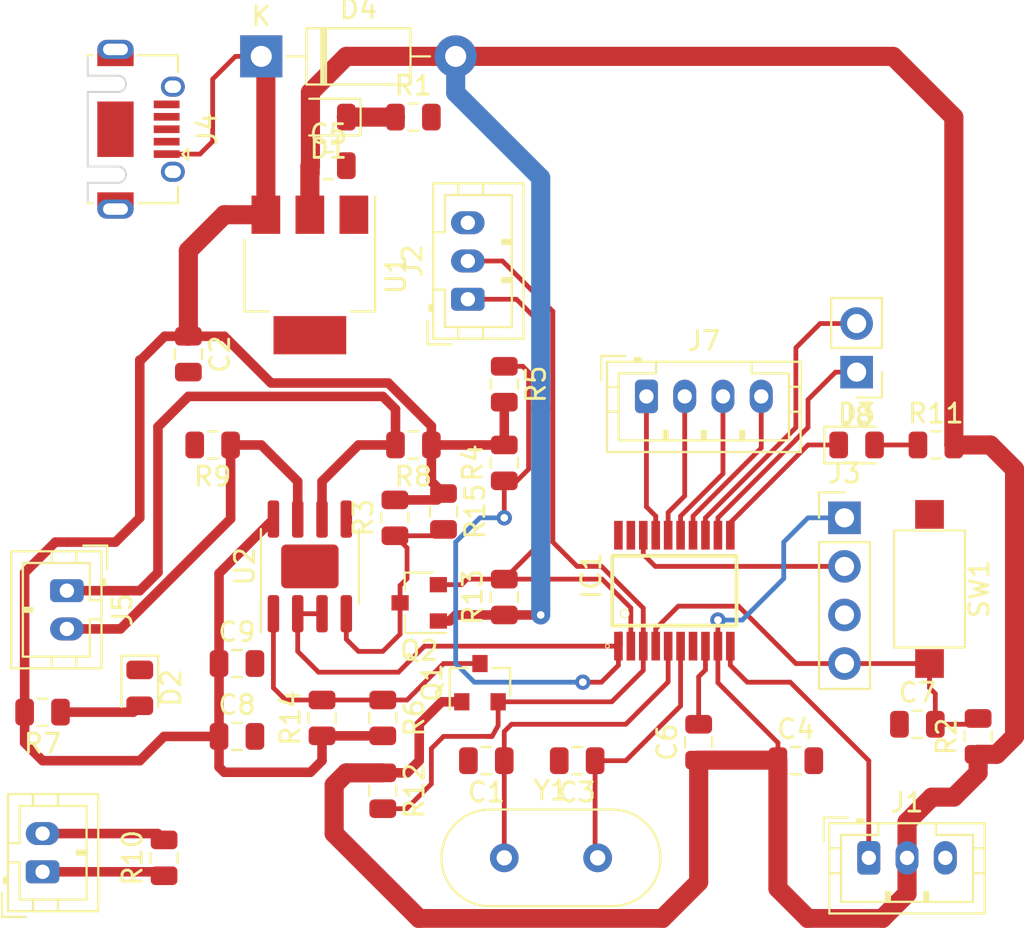
<source format=kicad_pcb>
(kicad_pcb (version 20171130) (host pcbnew "(5.1.5)-3")

  (general
    (thickness 1.6)
    (drawings 0)
    (tracks 275)
    (zones 0)
    (modules 43)
    (nets 34)
  )

  (page A4)
  (title_block
    (title SuperMaceta)
    (rev V1)
  )

  (layers
    (0 F.Cu signal)
    (31 B.Cu signal)
    (32 B.Adhes user)
    (33 F.Adhes user)
    (34 B.Paste user)
    (35 F.Paste user)
    (36 B.SilkS user)
    (37 F.SilkS user hide)
    (38 B.Mask user)
    (39 F.Mask user)
    (40 Dwgs.User user)
    (41 Cmts.User user)
    (42 Eco1.User user)
    (43 Eco2.User user)
    (44 Edge.Cuts user)
    (45 Margin user)
    (46 B.CrtYd user)
    (47 F.CrtYd user)
    (48 B.Fab user)
    (49 F.Fab user hide)
  )

  (setup
    (last_trace_width 1)
    (user_trace_width 0.5)
    (user_trace_width 1)
    (trace_clearance 0.2)
    (zone_clearance 0.508)
    (zone_45_only no)
    (trace_min 0.2)
    (via_size 0.8)
    (via_drill 0.4)
    (via_min_size 0.4)
    (via_min_drill 0.3)
    (uvia_size 0.3)
    (uvia_drill 0.1)
    (uvias_allowed no)
    (uvia_min_size 0.2)
    (uvia_min_drill 0.1)
    (edge_width 0.05)
    (segment_width 0.2)
    (pcb_text_width 0.3)
    (pcb_text_size 1.5 1.5)
    (mod_edge_width 0.12)
    (mod_text_size 1 1)
    (mod_text_width 0.15)
    (pad_size 1.524 1.524)
    (pad_drill 0.762)
    (pad_to_mask_clearance 0.051)
    (solder_mask_min_width 0.25)
    (aux_axis_origin 0 0)
    (visible_elements 7FFFFFFF)
    (pcbplotparams
      (layerselection 0x010fc_ffffffff)
      (usegerberextensions false)
      (usegerberattributes false)
      (usegerberadvancedattributes false)
      (creategerberjobfile false)
      (excludeedgelayer true)
      (linewidth 0.100000)
      (plotframeref false)
      (viasonmask false)
      (mode 1)
      (useauxorigin false)
      (hpglpennumber 1)
      (hpglpenspeed 20)
      (hpglpendiameter 15.000000)
      (psnegative false)
      (psa4output false)
      (plotreference true)
      (plotvalue true)
      (plotinvisibletext false)
      (padsonsilk false)
      (subtractmaskfromsilk false)
      (outputformat 1)
      (mirror false)
      (drillshape 1)
      (scaleselection 1)
      (outputdirectory ""))
  )

  (net 0 "")
  (net 1 5VGND)
  (net 2 OSCIN)
  (net 3 5V)
  (net 4 OSCOUT)
  (net 5 3V3)
  (net 6 "Net-(C6-Pad2)")
  (net 7 NRST)
  (net 8 "Net-(D1-Pad1)")
  (net 9 "Net-(D2-Pad2)")
  (net 10 PA3)
  (net 11 RS485_DIR)
  (net 12 SPI_CS)
  (net 13 SPI_CLK)
  (net 14 MOSI)
  (net 15 MISO)
  (net 16 SWIM)
  (net 17 PD2)
  (net 18 PD3)
  (net 19 "Net-(J5-Pad1)")
  (net 20 "Net-(J5-Pad2)")
  (net 21 "Net-(J6-Pad2)")
  (net 22 "Net-(J6-Pad1)")
  (net 23 LED_CHECK)
  (net 24 "Net-(D3-Pad2)")
  (net 25 SIN_USO_2)
  (net 26 SIN_USO_1)
  (net 27 RX_H)
  (net 28 RX_L)
  (net 29 TX_L)
  (net 30 TX_H)
  (net 31 "Net-(J4-Pad4)")
  (net 32 "Net-(J4-Pad3)")
  (net 33 "Net-(J4-Pad2)")

  (net_class Default "Esta es la clase de red por defecto."
    (clearance 0.2)
    (trace_width 0.25)
    (via_dia 0.8)
    (via_drill 0.4)
    (uvia_dia 0.3)
    (uvia_drill 0.1)
    (add_net 3V3)
    (add_net 5V)
    (add_net 5VGND)
    (add_net LED_CHECK)
    (add_net MISO)
    (add_net MOSI)
    (add_net NRST)
    (add_net "Net-(C6-Pad2)")
    (add_net "Net-(D1-Pad1)")
    (add_net "Net-(D2-Pad2)")
    (add_net "Net-(D3-Pad2)")
    (add_net "Net-(J4-Pad2)")
    (add_net "Net-(J4-Pad3)")
    (add_net "Net-(J4-Pad4)")
    (add_net "Net-(J5-Pad1)")
    (add_net "Net-(J5-Pad2)")
    (add_net "Net-(J6-Pad1)")
    (add_net "Net-(J6-Pad2)")
    (add_net OSCIN)
    (add_net OSCOUT)
    (add_net PA3)
    (add_net PD2)
    (add_net PD3)
    (add_net RS485_DIR)
    (add_net RX_H)
    (add_net RX_L)
    (add_net SIN_USO_1)
    (add_net SIN_USO_2)
    (add_net SPI_CLK)
    (add_net SPI_CS)
    (add_net SWIM)
    (add_net TX_H)
    (add_net TX_L)
  )

  (module Button_Switch_SMD:SW_SPST_CK_RS282G05A3 (layer F.Cu) (tedit 5A7A67D2) (tstamp 61648A3A)
    (at 149.225 100.24 270)
    (descr https://www.mouser.com/ds/2/60/RS-282G05A-SM_RT-1159762.pdf)
    (tags "SPST button tactile switch")
    (path /61645F33)
    (attr smd)
    (fp_text reference SW1 (at 0 -2.6 90) (layer F.SilkS)
      (effects (font (size 1 1) (thickness 0.15)))
    )
    (fp_text value RESET (at 0 3 90) (layer F.Fab)
      (effects (font (size 1 1) (thickness 0.15)))
    )
    (fp_line (start -4.9 2.05) (end -4.9 -2.05) (layer F.CrtYd) (width 0.05))
    (fp_line (start 4.9 2.05) (end -4.9 2.05) (layer F.CrtYd) (width 0.05))
    (fp_line (start 4.9 -2.05) (end 4.9 2.05) (layer F.CrtYd) (width 0.05))
    (fp_line (start -4.9 -2.05) (end 4.9 -2.05) (layer F.CrtYd) (width 0.05))
    (fp_text user %R (at 0 -2.6 90) (layer F.Fab)
      (effects (font (size 1 1) (thickness 0.15)))
    )
    (fp_line (start -1.75 -1) (end 1.75 -1) (layer F.Fab) (width 0.1))
    (fp_line (start 1.75 -1) (end 1.75 1) (layer F.Fab) (width 0.1))
    (fp_line (start 1.75 1) (end -1.75 1) (layer F.Fab) (width 0.1))
    (fp_line (start -1.75 1) (end -1.75 -1) (layer F.Fab) (width 0.1))
    (fp_line (start -3.06 -1.85) (end 3.06 -1.85) (layer F.SilkS) (width 0.12))
    (fp_line (start 3.06 -1.85) (end 3.06 1.85) (layer F.SilkS) (width 0.12))
    (fp_line (start 3.06 1.85) (end -3.06 1.85) (layer F.SilkS) (width 0.12))
    (fp_line (start -3.06 1.85) (end -3.06 -1.85) (layer F.SilkS) (width 0.12))
    (fp_line (start -1.5 0.8) (end 1.5 0.8) (layer F.Fab) (width 0.1))
    (fp_line (start -1.5 -0.8) (end 1.5 -0.8) (layer F.Fab) (width 0.1))
    (fp_line (start 1.5 -0.8) (end 1.5 0.8) (layer F.Fab) (width 0.1))
    (fp_line (start -1.5 -0.8) (end -1.5 0.8) (layer F.Fab) (width 0.1))
    (fp_line (start -3 1.8) (end 3 1.8) (layer F.Fab) (width 0.1))
    (fp_line (start -3 -1.8) (end 3 -1.8) (layer F.Fab) (width 0.1))
    (fp_line (start -3 -1.8) (end -3 1.8) (layer F.Fab) (width 0.1))
    (fp_line (start 3 -1.8) (end 3 1.8) (layer F.Fab) (width 0.1))
    (pad 1 smd rect (at -3.9 0 270) (size 1.5 1.5) (layers F.Cu F.Paste F.Mask)
      (net 1 5VGND))
    (pad 2 smd rect (at 3.9 0 270) (size 1.5 1.5) (layers F.Cu F.Paste F.Mask)
      (net 7 NRST))
    (model ${KISYS3DMOD}/Button_Switch_SMD.3dshapes/SW_SPST_CK_RS282G05A3.wrl
      (at (xyz 0 0 0))
      (scale (xyz 1 1 1))
      (rotate (xyz 0 0 0))
    )
  )

  (module Connector_JST:JST_PH_B4B-PH-K_1x04_P2.00mm_Vertical (layer F.Cu) (tedit 5B7745C2) (tstamp 61654D78)
    (at 134.43 90.17)
    (descr "JST PH series connector, B4B-PH-K (http://www.jst-mfg.com/product/pdf/eng/ePH.pdf), generated with kicad-footprint-generator")
    (tags "connector JST PH side entry")
    (path /6173DBB8)
    (fp_text reference J7 (at 3 -2.9) (layer F.SilkS)
      (effects (font (size 1 1) (thickness 0.15)))
    )
    (fp_text value SPI (at 3 4) (layer F.Fab)
      (effects (font (size 1 1) (thickness 0.15)))
    )
    (fp_line (start -2.06 -1.81) (end -2.06 2.91) (layer F.SilkS) (width 0.12))
    (fp_line (start -2.06 2.91) (end 8.06 2.91) (layer F.SilkS) (width 0.12))
    (fp_line (start 8.06 2.91) (end 8.06 -1.81) (layer F.SilkS) (width 0.12))
    (fp_line (start 8.06 -1.81) (end -2.06 -1.81) (layer F.SilkS) (width 0.12))
    (fp_line (start -0.3 -1.81) (end -0.3 -2.01) (layer F.SilkS) (width 0.12))
    (fp_line (start -0.3 -2.01) (end -0.6 -2.01) (layer F.SilkS) (width 0.12))
    (fp_line (start -0.6 -2.01) (end -0.6 -1.81) (layer F.SilkS) (width 0.12))
    (fp_line (start -0.3 -1.91) (end -0.6 -1.91) (layer F.SilkS) (width 0.12))
    (fp_line (start 0.5 -1.81) (end 0.5 -1.2) (layer F.SilkS) (width 0.12))
    (fp_line (start 0.5 -1.2) (end -1.45 -1.2) (layer F.SilkS) (width 0.12))
    (fp_line (start -1.45 -1.2) (end -1.45 2.3) (layer F.SilkS) (width 0.12))
    (fp_line (start -1.45 2.3) (end 7.45 2.3) (layer F.SilkS) (width 0.12))
    (fp_line (start 7.45 2.3) (end 7.45 -1.2) (layer F.SilkS) (width 0.12))
    (fp_line (start 7.45 -1.2) (end 5.5 -1.2) (layer F.SilkS) (width 0.12))
    (fp_line (start 5.5 -1.2) (end 5.5 -1.81) (layer F.SilkS) (width 0.12))
    (fp_line (start -2.06 -0.5) (end -1.45 -0.5) (layer F.SilkS) (width 0.12))
    (fp_line (start -2.06 0.8) (end -1.45 0.8) (layer F.SilkS) (width 0.12))
    (fp_line (start 8.06 -0.5) (end 7.45 -0.5) (layer F.SilkS) (width 0.12))
    (fp_line (start 8.06 0.8) (end 7.45 0.8) (layer F.SilkS) (width 0.12))
    (fp_line (start 0.9 2.3) (end 0.9 1.8) (layer F.SilkS) (width 0.12))
    (fp_line (start 0.9 1.8) (end 1.1 1.8) (layer F.SilkS) (width 0.12))
    (fp_line (start 1.1 1.8) (end 1.1 2.3) (layer F.SilkS) (width 0.12))
    (fp_line (start 1 2.3) (end 1 1.8) (layer F.SilkS) (width 0.12))
    (fp_line (start 2.9 2.3) (end 2.9 1.8) (layer F.SilkS) (width 0.12))
    (fp_line (start 2.9 1.8) (end 3.1 1.8) (layer F.SilkS) (width 0.12))
    (fp_line (start 3.1 1.8) (end 3.1 2.3) (layer F.SilkS) (width 0.12))
    (fp_line (start 3 2.3) (end 3 1.8) (layer F.SilkS) (width 0.12))
    (fp_line (start 4.9 2.3) (end 4.9 1.8) (layer F.SilkS) (width 0.12))
    (fp_line (start 4.9 1.8) (end 5.1 1.8) (layer F.SilkS) (width 0.12))
    (fp_line (start 5.1 1.8) (end 5.1 2.3) (layer F.SilkS) (width 0.12))
    (fp_line (start 5 2.3) (end 5 1.8) (layer F.SilkS) (width 0.12))
    (fp_line (start -1.11 -2.11) (end -2.36 -2.11) (layer F.SilkS) (width 0.12))
    (fp_line (start -2.36 -2.11) (end -2.36 -0.86) (layer F.SilkS) (width 0.12))
    (fp_line (start -1.11 -2.11) (end -2.36 -2.11) (layer F.Fab) (width 0.1))
    (fp_line (start -2.36 -2.11) (end -2.36 -0.86) (layer F.Fab) (width 0.1))
    (fp_line (start -1.95 -1.7) (end -1.95 2.8) (layer F.Fab) (width 0.1))
    (fp_line (start -1.95 2.8) (end 7.95 2.8) (layer F.Fab) (width 0.1))
    (fp_line (start 7.95 2.8) (end 7.95 -1.7) (layer F.Fab) (width 0.1))
    (fp_line (start 7.95 -1.7) (end -1.95 -1.7) (layer F.Fab) (width 0.1))
    (fp_line (start -2.45 -2.2) (end -2.45 3.3) (layer F.CrtYd) (width 0.05))
    (fp_line (start -2.45 3.3) (end 8.45 3.3) (layer F.CrtYd) (width 0.05))
    (fp_line (start 8.45 3.3) (end 8.45 -2.2) (layer F.CrtYd) (width 0.05))
    (fp_line (start 8.45 -2.2) (end -2.45 -2.2) (layer F.CrtYd) (width 0.05))
    (fp_text user %R (at 3 1.5) (layer F.Fab)
      (effects (font (size 1 1) (thickness 0.15)))
    )
    (pad 1 thru_hole roundrect (at 0 0) (size 1.2 1.75) (drill 0.75) (layers *.Cu *.Mask) (roundrect_rratio 0.208333)
      (net 15 MISO))
    (pad 2 thru_hole oval (at 2 0) (size 1.2 1.75) (drill 0.75) (layers *.Cu *.Mask)
      (net 14 MOSI))
    (pad 3 thru_hole oval (at 4 0) (size 1.2 1.75) (drill 0.75) (layers *.Cu *.Mask)
      (net 13 SPI_CLK))
    (pad 4 thru_hole oval (at 6 0) (size 1.2 1.75) (drill 0.75) (layers *.Cu *.Mask)
      (net 12 SPI_CS))
    (model ${KISYS3DMOD}/Connector_JST.3dshapes/JST_PH_B4B-PH-K_1x04_P2.00mm_Vertical.wrl
      (at (xyz 0 0 0))
      (scale (xyz 1 1 1))
      (rotate (xyz 0 0 0))
    )
  )

  (module Resistor_SMD:R_0805_2012Metric (layer F.Cu) (tedit 5B36C52B) (tstamp 61647A73)
    (at 120.65 106.9825 270)
    (descr "Resistor SMD 0805 (2012 Metric), square (rectangular) end terminal, IPC_7351 nominal, (Body size source: https://docs.google.com/spreadsheets/d/1BsfQQcO9C6DZCsRaXUlFlo91Tg2WpOkGARC1WS5S8t0/edit?usp=sharing), generated with kicad-footprint-generator")
    (tags resistor)
    (path /616F7F9C)
    (attr smd)
    (fp_text reference R6 (at 0 -1.65 90) (layer F.SilkS)
      (effects (font (size 1 1) (thickness 0.15)))
    )
    (fp_text value 10K (at 0 1.65 90) (layer F.Fab)
      (effects (font (size 1 1) (thickness 0.15)))
    )
    (fp_text user %R (at 0 0 90) (layer F.Fab)
      (effects (font (size 0.5 0.5) (thickness 0.08)))
    )
    (fp_line (start 1.68 0.95) (end -1.68 0.95) (layer F.CrtYd) (width 0.05))
    (fp_line (start 1.68 -0.95) (end 1.68 0.95) (layer F.CrtYd) (width 0.05))
    (fp_line (start -1.68 -0.95) (end 1.68 -0.95) (layer F.CrtYd) (width 0.05))
    (fp_line (start -1.68 0.95) (end -1.68 -0.95) (layer F.CrtYd) (width 0.05))
    (fp_line (start -0.258578 0.71) (end 0.258578 0.71) (layer F.SilkS) (width 0.12))
    (fp_line (start -0.258578 -0.71) (end 0.258578 -0.71) (layer F.SilkS) (width 0.12))
    (fp_line (start 1 0.6) (end -1 0.6) (layer F.Fab) (width 0.1))
    (fp_line (start 1 -0.6) (end 1 0.6) (layer F.Fab) (width 0.1))
    (fp_line (start -1 -0.6) (end 1 -0.6) (layer F.Fab) (width 0.1))
    (fp_line (start -1 0.6) (end -1 -0.6) (layer F.Fab) (width 0.1))
    (pad 2 smd roundrect (at 0.9375 0 270) (size 0.975 1.4) (layers F.Cu F.Paste F.Mask) (roundrect_rratio 0.25)
      (net 3 5V))
    (pad 1 smd roundrect (at -0.9375 0 270) (size 0.975 1.4) (layers F.Cu F.Paste F.Mask) (roundrect_rratio 0.25)
      (net 27 RX_H))
    (model ${KISYS3DMOD}/Resistor_SMD.3dshapes/R_0805_2012Metric.wrl
      (at (xyz 0 0 0))
      (scale (xyz 1 1 1))
      (rotate (xyz 0 0 0))
    )
  )

  (module Capacitor_SMD:C_0805_2012Metric (layer F.Cu) (tedit 5B36C52B) (tstamp 616478DA)
    (at 137.16 108.2525 90)
    (descr "Capacitor SMD 0805 (2012 Metric), square (rectangular) end terminal, IPC_7351 nominal, (Body size source: https://docs.google.com/spreadsheets/d/1BsfQQcO9C6DZCsRaXUlFlo91Tg2WpOkGARC1WS5S8t0/edit?usp=sharing), generated with kicad-footprint-generator")
    (tags capacitor)
    (path /6164A087)
    (attr smd)
    (fp_text reference C6 (at 0 -1.65 90) (layer F.SilkS)
      (effects (font (size 1 1) (thickness 0.15)))
    )
    (fp_text value 1uF (at 0 1.65 90) (layer F.Fab)
      (effects (font (size 1 1) (thickness 0.15)))
    )
    (fp_line (start -1 0.6) (end -1 -0.6) (layer F.Fab) (width 0.1))
    (fp_line (start -1 -0.6) (end 1 -0.6) (layer F.Fab) (width 0.1))
    (fp_line (start 1 -0.6) (end 1 0.6) (layer F.Fab) (width 0.1))
    (fp_line (start 1 0.6) (end -1 0.6) (layer F.Fab) (width 0.1))
    (fp_line (start -0.258578 -0.71) (end 0.258578 -0.71) (layer F.SilkS) (width 0.12))
    (fp_line (start -0.258578 0.71) (end 0.258578 0.71) (layer F.SilkS) (width 0.12))
    (fp_line (start -1.68 0.95) (end -1.68 -0.95) (layer F.CrtYd) (width 0.05))
    (fp_line (start -1.68 -0.95) (end 1.68 -0.95) (layer F.CrtYd) (width 0.05))
    (fp_line (start 1.68 -0.95) (end 1.68 0.95) (layer F.CrtYd) (width 0.05))
    (fp_line (start 1.68 0.95) (end -1.68 0.95) (layer F.CrtYd) (width 0.05))
    (fp_text user %R (at 0 0 90) (layer F.Fab)
      (effects (font (size 0.5 0.5) (thickness 0.08)))
    )
    (pad 1 smd roundrect (at -0.9375 0 90) (size 0.975 1.4) (layers F.Cu F.Paste F.Mask) (roundrect_rratio 0.25)
      (net 5 3V3))
    (pad 2 smd roundrect (at 0.9375 0 90) (size 0.975 1.4) (layers F.Cu F.Paste F.Mask) (roundrect_rratio 0.25)
      (net 6 "Net-(C6-Pad2)"))
    (model ${KISYS3DMOD}/Capacitor_SMD.3dshapes/C_0805_2012Metric.wrl
      (at (xyz 0 0 0))
      (scale (xyz 1 1 1))
      (rotate (xyz 0 0 0))
    )
  )

  (module Resistor_SMD:R_0805_2012Metric (layer F.Cu) (tedit 5B36C52B) (tstamp 61647A95)
    (at 122.2525 92.71 180)
    (descr "Resistor SMD 0805 (2012 Metric), square (rectangular) end terminal, IPC_7351 nominal, (Body size source: https://docs.google.com/spreadsheets/d/1BsfQQcO9C6DZCsRaXUlFlo91Tg2WpOkGARC1WS5S8t0/edit?usp=sharing), generated with kicad-footprint-generator")
    (tags resistor)
    (path /616A8949)
    (attr smd)
    (fp_text reference R8 (at 0 -1.65) (layer F.SilkS)
      (effects (font (size 1 1) (thickness 0.15)))
    )
    (fp_text value 20K (at 0 1.65) (layer F.Fab)
      (effects (font (size 1 1) (thickness 0.15)))
    )
    (fp_line (start -1 0.6) (end -1 -0.6) (layer F.Fab) (width 0.1))
    (fp_line (start -1 -0.6) (end 1 -0.6) (layer F.Fab) (width 0.1))
    (fp_line (start 1 -0.6) (end 1 0.6) (layer F.Fab) (width 0.1))
    (fp_line (start 1 0.6) (end -1 0.6) (layer F.Fab) (width 0.1))
    (fp_line (start -0.258578 -0.71) (end 0.258578 -0.71) (layer F.SilkS) (width 0.12))
    (fp_line (start -0.258578 0.71) (end 0.258578 0.71) (layer F.SilkS) (width 0.12))
    (fp_line (start -1.68 0.95) (end -1.68 -0.95) (layer F.CrtYd) (width 0.05))
    (fp_line (start -1.68 -0.95) (end 1.68 -0.95) (layer F.CrtYd) (width 0.05))
    (fp_line (start 1.68 -0.95) (end 1.68 0.95) (layer F.CrtYd) (width 0.05))
    (fp_line (start 1.68 0.95) (end -1.68 0.95) (layer F.CrtYd) (width 0.05))
    (fp_text user %R (at 0 0) (layer F.Fab)
      (effects (font (size 0.5 0.5) (thickness 0.08)))
    )
    (pad 1 smd roundrect (at -0.9375 0 180) (size 0.975 1.4) (layers F.Cu F.Paste F.Mask) (roundrect_rratio 0.25)
      (net 3 5V))
    (pad 2 smd roundrect (at 0.9375 0 180) (size 0.975 1.4) (layers F.Cu F.Paste F.Mask) (roundrect_rratio 0.25)
      (net 19 "Net-(J5-Pad1)"))
    (model ${KISYS3DMOD}/Resistor_SMD.3dshapes/R_0805_2012Metric.wrl
      (at (xyz 0 0 0))
      (scale (xyz 1 1 1))
      (rotate (xyz 0 0 0))
    )
  )

  (module Resistor_SMD:R_0805_2012Metric (layer F.Cu) (tedit 5B36C52B) (tstamp 61647A62)
    (at 127 89.535 270)
    (descr "Resistor SMD 0805 (2012 Metric), square (rectangular) end terminal, IPC_7351 nominal, (Body size source: https://docs.google.com/spreadsheets/d/1BsfQQcO9C6DZCsRaXUlFlo91Tg2WpOkGARC1WS5S8t0/edit?usp=sharing), generated with kicad-footprint-generator")
    (tags resistor)
    (path /616F72D6)
    (attr smd)
    (fp_text reference R5 (at 0 -1.65 90) (layer F.SilkS)
      (effects (font (size 1 1) (thickness 0.15)))
    )
    (fp_text value 10K (at 0 1.65 90) (layer F.Fab)
      (effects (font (size 1 1) (thickness 0.15)))
    )
    (fp_line (start -1 0.6) (end -1 -0.6) (layer F.Fab) (width 0.1))
    (fp_line (start -1 -0.6) (end 1 -0.6) (layer F.Fab) (width 0.1))
    (fp_line (start 1 -0.6) (end 1 0.6) (layer F.Fab) (width 0.1))
    (fp_line (start 1 0.6) (end -1 0.6) (layer F.Fab) (width 0.1))
    (fp_line (start -0.258578 -0.71) (end 0.258578 -0.71) (layer F.SilkS) (width 0.12))
    (fp_line (start -0.258578 0.71) (end 0.258578 0.71) (layer F.SilkS) (width 0.12))
    (fp_line (start -1.68 0.95) (end -1.68 -0.95) (layer F.CrtYd) (width 0.05))
    (fp_line (start -1.68 -0.95) (end 1.68 -0.95) (layer F.CrtYd) (width 0.05))
    (fp_line (start 1.68 -0.95) (end 1.68 0.95) (layer F.CrtYd) (width 0.05))
    (fp_line (start 1.68 0.95) (end -1.68 0.95) (layer F.CrtYd) (width 0.05))
    (fp_text user %R (at 0 0 90) (layer F.Fab)
      (effects (font (size 0.5 0.5) (thickness 0.08)))
    )
    (pad 1 smd roundrect (at -0.9375 0 270) (size 0.975 1.4) (layers F.Cu F.Paste F.Mask) (roundrect_rratio 0.25)
      (net 11 RS485_DIR))
    (pad 2 smd roundrect (at 0.9375 0 270) (size 0.975 1.4) (layers F.Cu F.Paste F.Mask) (roundrect_rratio 0.25)
      (net 3 5V))
    (model ${KISYS3DMOD}/Resistor_SMD.3dshapes/R_0805_2012Metric.wrl
      (at (xyz 0 0 0))
      (scale (xyz 1 1 1))
      (rotate (xyz 0 0 0))
    )
  )

  (module Package_SO:SOIC-8-1EP_3.9x4.9mm_P1.27mm_EP2.29x3mm (layer F.Cu) (tedit 5C56E16F) (tstamp 61647B25)
    (at 116.84 99.06 90)
    (descr "SOIC, 8 Pin (https://www.analog.com/media/en/technical-documentation/data-sheets/ada4898-1_4898-2.pdf#page=29), generated with kicad-footprint-generator ipc_gullwing_generator.py")
    (tags "SOIC SO")
    (path /61662533)
    (attr smd)
    (fp_text reference U2 (at 0 -3.4 90) (layer F.SilkS)
      (effects (font (size 1 1) (thickness 0.15)))
    )
    (fp_text value MAX485E (at 0 3.4 90) (layer F.Fab)
      (effects (font (size 1 1) (thickness 0.15)))
    )
    (fp_line (start 0 2.56) (end 1.95 2.56) (layer F.SilkS) (width 0.12))
    (fp_line (start 0 2.56) (end -1.95 2.56) (layer F.SilkS) (width 0.12))
    (fp_line (start 0 -2.56) (end 1.95 -2.56) (layer F.SilkS) (width 0.12))
    (fp_line (start 0 -2.56) (end -3.45 -2.56) (layer F.SilkS) (width 0.12))
    (fp_line (start -0.975 -2.45) (end 1.95 -2.45) (layer F.Fab) (width 0.1))
    (fp_line (start 1.95 -2.45) (end 1.95 2.45) (layer F.Fab) (width 0.1))
    (fp_line (start 1.95 2.45) (end -1.95 2.45) (layer F.Fab) (width 0.1))
    (fp_line (start -1.95 2.45) (end -1.95 -1.475) (layer F.Fab) (width 0.1))
    (fp_line (start -1.95 -1.475) (end -0.975 -2.45) (layer F.Fab) (width 0.1))
    (fp_line (start -3.7 -2.7) (end -3.7 2.7) (layer F.CrtYd) (width 0.05))
    (fp_line (start -3.7 2.7) (end 3.7 2.7) (layer F.CrtYd) (width 0.05))
    (fp_line (start 3.7 2.7) (end 3.7 -2.7) (layer F.CrtYd) (width 0.05))
    (fp_line (start 3.7 -2.7) (end -3.7 -2.7) (layer F.CrtYd) (width 0.05))
    (fp_text user %R (at 0 0 90) (layer F.Fab)
      (effects (font (size 0.98 0.98) (thickness 0.15)))
    )
    (pad 9 smd roundrect (at 0 0 90) (size 2.29 3) (layers F.Cu F.Mask) (roundrect_rratio 0.10917))
    (pad "" smd roundrect (at -0.57 -0.75 90) (size 0.92 1.21) (layers F.Paste) (roundrect_rratio 0.25))
    (pad "" smd roundrect (at -0.57 0.75 90) (size 0.92 1.21) (layers F.Paste) (roundrect_rratio 0.25))
    (pad "" smd roundrect (at 0.57 -0.75 90) (size 0.92 1.21) (layers F.Paste) (roundrect_rratio 0.25))
    (pad "" smd roundrect (at 0.57 0.75 90) (size 0.92 1.21) (layers F.Paste) (roundrect_rratio 0.25))
    (pad 1 smd roundrect (at -2.475 -1.905 90) (size 1.95 0.6) (layers F.Cu F.Paste F.Mask) (roundrect_rratio 0.25)
      (net 27 RX_H))
    (pad 2 smd roundrect (at -2.475 -0.635 90) (size 1.95 0.6) (layers F.Cu F.Paste F.Mask) (roundrect_rratio 0.25)
      (net 11 RS485_DIR))
    (pad 3 smd roundrect (at -2.475 0.635 90) (size 1.95 0.6) (layers F.Cu F.Paste F.Mask) (roundrect_rratio 0.25)
      (net 11 RS485_DIR))
    (pad 4 smd roundrect (at -2.475 1.905 90) (size 1.95 0.6) (layers F.Cu F.Paste F.Mask) (roundrect_rratio 0.25)
      (net 30 TX_H))
    (pad 5 smd roundrect (at 2.475 1.905 90) (size 1.95 0.6) (layers F.Cu F.Paste F.Mask) (roundrect_rratio 0.25)
      (net 1 5VGND))
    (pad 6 smd roundrect (at 2.475 0.635 90) (size 1.95 0.6) (layers F.Cu F.Paste F.Mask) (roundrect_rratio 0.25)
      (net 19 "Net-(J5-Pad1)"))
    (pad 7 smd roundrect (at 2.475 -0.635 90) (size 1.95 0.6) (layers F.Cu F.Paste F.Mask) (roundrect_rratio 0.25)
      (net 20 "Net-(J5-Pad2)"))
    (pad 8 smd roundrect (at 2.475 -1.905 90) (size 1.95 0.6) (layers F.Cu F.Paste F.Mask) (roundrect_rratio 0.25)
      (net 3 5V))
    (model ${KISYS3DMOD}/Package_SO.3dshapes/SOIC-8-1EP_3.9x4.9mm_P1.27mm_EP2.29x3mm.wrl
      (at (xyz 0 0 0))
      (scale (xyz 1 1 1))
      (rotate (xyz 0 0 0))
    )
  )

  (module Resistor_SMD:R_0805_2012Metric (layer F.Cu) (tedit 5B36C52B) (tstamp 61647A51)
    (at 127 93.6475 90)
    (descr "Resistor SMD 0805 (2012 Metric), square (rectangular) end terminal, IPC_7351 nominal, (Body size source: https://docs.google.com/spreadsheets/d/1BsfQQcO9C6DZCsRaXUlFlo91Tg2WpOkGARC1WS5S8t0/edit?usp=sharing), generated with kicad-footprint-generator")
    (tags resistor)
    (path /616F6762)
    (attr smd)
    (fp_text reference R4 (at 0 -1.65 90) (layer F.SilkS)
      (effects (font (size 1 1) (thickness 0.15)))
    )
    (fp_text value 10K (at 0 1.65 90) (layer F.Fab)
      (effects (font (size 1 1) (thickness 0.15)))
    )
    (fp_line (start -1 0.6) (end -1 -0.6) (layer F.Fab) (width 0.1))
    (fp_line (start -1 -0.6) (end 1 -0.6) (layer F.Fab) (width 0.1))
    (fp_line (start 1 -0.6) (end 1 0.6) (layer F.Fab) (width 0.1))
    (fp_line (start 1 0.6) (end -1 0.6) (layer F.Fab) (width 0.1))
    (fp_line (start -0.258578 -0.71) (end 0.258578 -0.71) (layer F.SilkS) (width 0.12))
    (fp_line (start -0.258578 0.71) (end 0.258578 0.71) (layer F.SilkS) (width 0.12))
    (fp_line (start -1.68 0.95) (end -1.68 -0.95) (layer F.CrtYd) (width 0.05))
    (fp_line (start -1.68 -0.95) (end 1.68 -0.95) (layer F.CrtYd) (width 0.05))
    (fp_line (start 1.68 -0.95) (end 1.68 0.95) (layer F.CrtYd) (width 0.05))
    (fp_line (start 1.68 0.95) (end -1.68 0.95) (layer F.CrtYd) (width 0.05))
    (fp_text user %R (at 0 0 90) (layer F.Fab)
      (effects (font (size 0.5 0.5) (thickness 0.08)))
    )
    (pad 1 smd roundrect (at -0.9375 0 90) (size 0.975 1.4) (layers F.Cu F.Paste F.Mask) (roundrect_rratio 0.25)
      (net 11 RS485_DIR))
    (pad 2 smd roundrect (at 0.9375 0 90) (size 0.975 1.4) (layers F.Cu F.Paste F.Mask) (roundrect_rratio 0.25)
      (net 3 5V))
    (model ${KISYS3DMOD}/Resistor_SMD.3dshapes/R_0805_2012Metric.wrl
      (at (xyz 0 0 0))
      (scale (xyz 1 1 1))
      (rotate (xyz 0 0 0))
    )
  )

  (module Capacitor_SMD:C_0805_2012Metric (layer F.Cu) (tedit 5B36C52B) (tstamp 6164790D)
    (at 113.03 104.14)
    (descr "Capacitor SMD 0805 (2012 Metric), square (rectangular) end terminal, IPC_7351 nominal, (Body size source: https://docs.google.com/spreadsheets/d/1BsfQQcO9C6DZCsRaXUlFlo91Tg2WpOkGARC1WS5S8t0/edit?usp=sharing), generated with kicad-footprint-generator")
    (tags capacitor)
    (path /617AC1F8)
    (attr smd)
    (fp_text reference C9 (at 0 -1.65) (layer F.SilkS)
      (effects (font (size 1 1) (thickness 0.15)))
    )
    (fp_text value 0.1uF (at 0 1.65) (layer F.Fab)
      (effects (font (size 1 1) (thickness 0.15)))
    )
    (fp_line (start -1 0.6) (end -1 -0.6) (layer F.Fab) (width 0.1))
    (fp_line (start -1 -0.6) (end 1 -0.6) (layer F.Fab) (width 0.1))
    (fp_line (start 1 -0.6) (end 1 0.6) (layer F.Fab) (width 0.1))
    (fp_line (start 1 0.6) (end -1 0.6) (layer F.Fab) (width 0.1))
    (fp_line (start -0.258578 -0.71) (end 0.258578 -0.71) (layer F.SilkS) (width 0.12))
    (fp_line (start -0.258578 0.71) (end 0.258578 0.71) (layer F.SilkS) (width 0.12))
    (fp_line (start -1.68 0.95) (end -1.68 -0.95) (layer F.CrtYd) (width 0.05))
    (fp_line (start -1.68 -0.95) (end 1.68 -0.95) (layer F.CrtYd) (width 0.05))
    (fp_line (start 1.68 -0.95) (end 1.68 0.95) (layer F.CrtYd) (width 0.05))
    (fp_line (start 1.68 0.95) (end -1.68 0.95) (layer F.CrtYd) (width 0.05))
    (fp_text user %R (at 0 0) (layer F.Fab)
      (effects (font (size 0.5 0.5) (thickness 0.08)))
    )
    (pad 1 smd roundrect (at -0.9375 0) (size 0.975 1.4) (layers F.Cu F.Paste F.Mask) (roundrect_rratio 0.25)
      (net 3 5V))
    (pad 2 smd roundrect (at 0.9375 0) (size 0.975 1.4) (layers F.Cu F.Paste F.Mask) (roundrect_rratio 0.25)
      (net 1 5VGND))
    (model ${KISYS3DMOD}/Capacitor_SMD.3dshapes/C_0805_2012Metric.wrl
      (at (xyz 0 0 0))
      (scale (xyz 1 1 1))
      (rotate (xyz 0 0 0))
    )
  )

  (module Resistor_SMD:R_0805_2012Metric (layer F.Cu) (tedit 5B36C52B) (tstamp 61647A40)
    (at 121.285 96.52 90)
    (descr "Resistor SMD 0805 (2012 Metric), square (rectangular) end terminal, IPC_7351 nominal, (Body size source: https://docs.google.com/spreadsheets/d/1BsfQQcO9C6DZCsRaXUlFlo91Tg2WpOkGARC1WS5S8t0/edit?usp=sharing), generated with kicad-footprint-generator")
    (tags resistor)
    (path /616F59F3)
    (attr smd)
    (fp_text reference R3 (at 0 -1.65 90) (layer F.SilkS)
      (effects (font (size 1 1) (thickness 0.15)))
    )
    (fp_text value 10K (at 0 1.65 90) (layer F.Fab)
      (effects (font (size 1 1) (thickness 0.15)))
    )
    (fp_text user %R (at 0 0 90) (layer F.Fab)
      (effects (font (size 0.5 0.5) (thickness 0.08)))
    )
    (fp_line (start 1.68 0.95) (end -1.68 0.95) (layer F.CrtYd) (width 0.05))
    (fp_line (start 1.68 -0.95) (end 1.68 0.95) (layer F.CrtYd) (width 0.05))
    (fp_line (start -1.68 -0.95) (end 1.68 -0.95) (layer F.CrtYd) (width 0.05))
    (fp_line (start -1.68 0.95) (end -1.68 -0.95) (layer F.CrtYd) (width 0.05))
    (fp_line (start -0.258578 0.71) (end 0.258578 0.71) (layer F.SilkS) (width 0.12))
    (fp_line (start -0.258578 -0.71) (end 0.258578 -0.71) (layer F.SilkS) (width 0.12))
    (fp_line (start 1 0.6) (end -1 0.6) (layer F.Fab) (width 0.1))
    (fp_line (start 1 -0.6) (end 1 0.6) (layer F.Fab) (width 0.1))
    (fp_line (start -1 -0.6) (end 1 -0.6) (layer F.Fab) (width 0.1))
    (fp_line (start -1 0.6) (end -1 -0.6) (layer F.Fab) (width 0.1))
    (pad 2 smd roundrect (at 0.9375 0 90) (size 0.975 1.4) (layers F.Cu F.Paste F.Mask) (roundrect_rratio 0.25)
      (net 3 5V))
    (pad 1 smd roundrect (at -0.9375 0 90) (size 0.975 1.4) (layers F.Cu F.Paste F.Mask) (roundrect_rratio 0.25)
      (net 30 TX_H))
    (model ${KISYS3DMOD}/Resistor_SMD.3dshapes/R_0805_2012Metric.wrl
      (at (xyz 0 0 0))
      (scale (xyz 1 1 1))
      (rotate (xyz 0 0 0))
    )
  )

  (module Capacitor_SMD:C_0805_2012Metric (layer F.Cu) (tedit 5B36C52B) (tstamp 616478C9)
    (at 117.8075 78.105)
    (descr "Capacitor SMD 0805 (2012 Metric), square (rectangular) end terminal, IPC_7351 nominal, (Body size source: https://docs.google.com/spreadsheets/d/1BsfQQcO9C6DZCsRaXUlFlo91Tg2WpOkGARC1WS5S8t0/edit?usp=sharing), generated with kicad-footprint-generator")
    (tags capacitor)
    (path /6163085C)
    (attr smd)
    (fp_text reference C5 (at 0 -1.65) (layer F.SilkS)
      (effects (font (size 1 1) (thickness 0.15)))
    )
    (fp_text value 10uF (at 0 1.65) (layer F.Fab)
      (effects (font (size 1 1) (thickness 0.15)))
    )
    (fp_text user %R (at 0 0 270) (layer F.Fab)
      (effects (font (size 0.5 0.5) (thickness 0.08)))
    )
    (fp_line (start 1.68 0.95) (end -1.68 0.95) (layer F.CrtYd) (width 0.05))
    (fp_line (start 1.68 -0.95) (end 1.68 0.95) (layer F.CrtYd) (width 0.05))
    (fp_line (start -1.68 -0.95) (end 1.68 -0.95) (layer F.CrtYd) (width 0.05))
    (fp_line (start -1.68 0.95) (end -1.68 -0.95) (layer F.CrtYd) (width 0.05))
    (fp_line (start -0.258578 0.71) (end 0.258578 0.71) (layer F.SilkS) (width 0.12))
    (fp_line (start -0.258578 -0.71) (end 0.258578 -0.71) (layer F.SilkS) (width 0.12))
    (fp_line (start 1 0.6) (end -1 0.6) (layer F.Fab) (width 0.1))
    (fp_line (start 1 -0.6) (end 1 0.6) (layer F.Fab) (width 0.1))
    (fp_line (start -1 -0.6) (end 1 -0.6) (layer F.Fab) (width 0.1))
    (fp_line (start -1 0.6) (end -1 -0.6) (layer F.Fab) (width 0.1))
    (pad 2 smd roundrect (at 0.9375 0) (size 0.975 1.4) (layers F.Cu F.Paste F.Mask) (roundrect_rratio 0.25)
      (net 1 5VGND))
    (pad 1 smd roundrect (at -0.9375 0) (size 0.975 1.4) (layers F.Cu F.Paste F.Mask) (roundrect_rratio 0.25)
      (net 5 3V3))
    (model ${KISYS3DMOD}/Capacitor_SMD.3dshapes/C_0805_2012Metric.wrl
      (at (xyz 0 0 0))
      (scale (xyz 1 1 1))
      (rotate (xyz 0 0 0))
    )
  )

  (module LED_SMD:LED_0805_2012Metric (layer F.Cu) (tedit 5B36C52C) (tstamp 61647920)
    (at 117.8075 75.565 180)
    (descr "LED SMD 0805 (2012 Metric), square (rectangular) end terminal, IPC_7351 nominal, (Body size source: https://docs.google.com/spreadsheets/d/1BsfQQcO9C6DZCsRaXUlFlo91Tg2WpOkGARC1WS5S8t0/edit?usp=sharing), generated with kicad-footprint-generator")
    (tags diode)
    (path /6168C870)
    (attr smd)
    (fp_text reference D1 (at 0 -1.65) (layer F.SilkS)
      (effects (font (size 1 1) (thickness 0.15)))
    )
    (fp_text value GREEN (at 0 1.65) (layer F.Fab)
      (effects (font (size 1 1) (thickness 0.15)))
    )
    (fp_line (start 1 -0.6) (end -0.7 -0.6) (layer F.Fab) (width 0.1))
    (fp_line (start -0.7 -0.6) (end -1 -0.3) (layer F.Fab) (width 0.1))
    (fp_line (start -1 -0.3) (end -1 0.6) (layer F.Fab) (width 0.1))
    (fp_line (start -1 0.6) (end 1 0.6) (layer F.Fab) (width 0.1))
    (fp_line (start 1 0.6) (end 1 -0.6) (layer F.Fab) (width 0.1))
    (fp_line (start 1 -0.96) (end -1.685 -0.96) (layer F.SilkS) (width 0.12))
    (fp_line (start -1.685 -0.96) (end -1.685 0.96) (layer F.SilkS) (width 0.12))
    (fp_line (start -1.685 0.96) (end 1 0.96) (layer F.SilkS) (width 0.12))
    (fp_line (start -1.68 0.95) (end -1.68 -0.95) (layer F.CrtYd) (width 0.05))
    (fp_line (start -1.68 -0.95) (end 1.68 -0.95) (layer F.CrtYd) (width 0.05))
    (fp_line (start 1.68 -0.95) (end 1.68 0.95) (layer F.CrtYd) (width 0.05))
    (fp_line (start 1.68 0.95) (end -1.68 0.95) (layer F.CrtYd) (width 0.05))
    (fp_text user %R (at 0 0) (layer F.Fab)
      (effects (font (size 0.5 0.5) (thickness 0.08)))
    )
    (pad 1 smd roundrect (at -0.9375 0 180) (size 0.975 1.4) (layers F.Cu F.Paste F.Mask) (roundrect_rratio 0.25)
      (net 8 "Net-(D1-Pad1)"))
    (pad 2 smd roundrect (at 0.9375 0 180) (size 0.975 1.4) (layers F.Cu F.Paste F.Mask) (roundrect_rratio 0.25)
      (net 5 3V3))
    (model ${KISYS3DMOD}/LED_SMD.3dshapes/LED_0805_2012Metric.wrl
      (at (xyz 0 0 0))
      (scale (xyz 1 1 1))
      (rotate (xyz 0 0 0))
    )
  )

  (module Resistor_SMD:R_0805_2012Metric (layer F.Cu) (tedit 5B36C52B) (tstamp 61647A1E)
    (at 122.2525 75.565)
    (descr "Resistor SMD 0805 (2012 Metric), square (rectangular) end terminal, IPC_7351 nominal, (Body size source: https://docs.google.com/spreadsheets/d/1BsfQQcO9C6DZCsRaXUlFlo91Tg2WpOkGARC1WS5S8t0/edit?usp=sharing), generated with kicad-footprint-generator")
    (tags resistor)
    (path /6169050C)
    (attr smd)
    (fp_text reference R1 (at 0 -1.65) (layer F.SilkS)
      (effects (font (size 1 1) (thickness 0.15)))
    )
    (fp_text value 100 (at 0 1.65) (layer F.Fab)
      (effects (font (size 1 1) (thickness 0.15)))
    )
    (fp_line (start -1 0.6) (end -1 -0.6) (layer F.Fab) (width 0.1))
    (fp_line (start -1 -0.6) (end 1 -0.6) (layer F.Fab) (width 0.1))
    (fp_line (start 1 -0.6) (end 1 0.6) (layer F.Fab) (width 0.1))
    (fp_line (start 1 0.6) (end -1 0.6) (layer F.Fab) (width 0.1))
    (fp_line (start -0.258578 -0.71) (end 0.258578 -0.71) (layer F.SilkS) (width 0.12))
    (fp_line (start -0.258578 0.71) (end 0.258578 0.71) (layer F.SilkS) (width 0.12))
    (fp_line (start -1.68 0.95) (end -1.68 -0.95) (layer F.CrtYd) (width 0.05))
    (fp_line (start -1.68 -0.95) (end 1.68 -0.95) (layer F.CrtYd) (width 0.05))
    (fp_line (start 1.68 -0.95) (end 1.68 0.95) (layer F.CrtYd) (width 0.05))
    (fp_line (start 1.68 0.95) (end -1.68 0.95) (layer F.CrtYd) (width 0.05))
    (fp_text user %R (at 0 0) (layer F.Fab)
      (effects (font (size 0.5 0.5) (thickness 0.08)))
    )
    (pad 1 smd roundrect (at -0.9375 0) (size 0.975 1.4) (layers F.Cu F.Paste F.Mask) (roundrect_rratio 0.25)
      (net 8 "Net-(D1-Pad1)"))
    (pad 2 smd roundrect (at 0.9375 0) (size 0.975 1.4) (layers F.Cu F.Paste F.Mask) (roundrect_rratio 0.25)
      (net 1 5VGND))
    (model ${KISYS3DMOD}/Resistor_SMD.3dshapes/R_0805_2012Metric.wrl
      (at (xyz 0 0 0))
      (scale (xyz 1 1 1))
      (rotate (xyz 0 0 0))
    )
  )

  (module Package_TO_SOT_SMD:SOT-223-3_TabPin2 (layer F.Cu) (tedit 5A02FF57) (tstamp 61647B06)
    (at 116.84 83.82 270)
    (descr "module CMS SOT223 4 pins")
    (tags "CMS SOT")
    (path /6162D038)
    (attr smd)
    (fp_text reference U1 (at 0 -4.5 90) (layer F.SilkS)
      (effects (font (size 1 1) (thickness 0.15)))
    )
    (fp_text value AMS1117 (at 0 4.5 90) (layer F.Fab)
      (effects (font (size 1 1) (thickness 0.15)))
    )
    (fp_text user %R (at 0 0) (layer F.Fab)
      (effects (font (size 0.8 0.8) (thickness 0.12)))
    )
    (fp_line (start 1.91 3.41) (end 1.91 2.15) (layer F.SilkS) (width 0.12))
    (fp_line (start 1.91 -3.41) (end 1.91 -2.15) (layer F.SilkS) (width 0.12))
    (fp_line (start 4.4 -3.6) (end -4.4 -3.6) (layer F.CrtYd) (width 0.05))
    (fp_line (start 4.4 3.6) (end 4.4 -3.6) (layer F.CrtYd) (width 0.05))
    (fp_line (start -4.4 3.6) (end 4.4 3.6) (layer F.CrtYd) (width 0.05))
    (fp_line (start -4.4 -3.6) (end -4.4 3.6) (layer F.CrtYd) (width 0.05))
    (fp_line (start -1.85 -2.35) (end -0.85 -3.35) (layer F.Fab) (width 0.1))
    (fp_line (start -1.85 -2.35) (end -1.85 3.35) (layer F.Fab) (width 0.1))
    (fp_line (start -1.85 3.41) (end 1.91 3.41) (layer F.SilkS) (width 0.12))
    (fp_line (start -0.85 -3.35) (end 1.85 -3.35) (layer F.Fab) (width 0.1))
    (fp_line (start -4.1 -3.41) (end 1.91 -3.41) (layer F.SilkS) (width 0.12))
    (fp_line (start -1.85 3.35) (end 1.85 3.35) (layer F.Fab) (width 0.1))
    (fp_line (start 1.85 -3.35) (end 1.85 3.35) (layer F.Fab) (width 0.1))
    (pad 2 smd rect (at 3.15 0 270) (size 2 3.8) (layers F.Cu F.Paste F.Mask)
      (net 5 3V3))
    (pad 2 smd rect (at -3.15 0 270) (size 2 1.5) (layers F.Cu F.Paste F.Mask)
      (net 5 3V3))
    (pad 3 smd rect (at -3.15 2.3 270) (size 2 1.5) (layers F.Cu F.Paste F.Mask)
      (net 3 5V))
    (pad 1 smd rect (at -3.15 -2.3 270) (size 2 1.5) (layers F.Cu F.Paste F.Mask)
      (net 1 5VGND))
    (model ${KISYS3DMOD}/Package_TO_SOT_SMD.3dshapes/SOT-223.wrl
      (at (xyz 0 0 0))
      (scale (xyz 1 1 1))
      (rotate (xyz 0 0 0))
    )
  )

  (module Capacitor_SMD:C_0805_2012Metric (layer F.Cu) (tedit 5B36C52B) (tstamp 61647896)
    (at 110.49 87.9625 270)
    (descr "Capacitor SMD 0805 (2012 Metric), square (rectangular) end terminal, IPC_7351 nominal, (Body size source: https://docs.google.com/spreadsheets/d/1BsfQQcO9C6DZCsRaXUlFlo91Tg2WpOkGARC1WS5S8t0/edit?usp=sharing), generated with kicad-footprint-generator")
    (tags capacitor)
    (path /6162ED29)
    (attr smd)
    (fp_text reference C2 (at 0 -1.65 90) (layer F.SilkS)
      (effects (font (size 1 1) (thickness 0.15)))
    )
    (fp_text value 10uF (at 0 1.65 90) (layer F.Fab)
      (effects (font (size 1 1) (thickness 0.15)))
    )
    (fp_line (start -1 0.6) (end -1 -0.6) (layer F.Fab) (width 0.1))
    (fp_line (start -1 -0.6) (end 1 -0.6) (layer F.Fab) (width 0.1))
    (fp_line (start 1 -0.6) (end 1 0.6) (layer F.Fab) (width 0.1))
    (fp_line (start 1 0.6) (end -1 0.6) (layer F.Fab) (width 0.1))
    (fp_line (start -0.258578 -0.71) (end 0.258578 -0.71) (layer F.SilkS) (width 0.12))
    (fp_line (start -0.258578 0.71) (end 0.258578 0.71) (layer F.SilkS) (width 0.12))
    (fp_line (start -1.68 0.95) (end -1.68 -0.95) (layer F.CrtYd) (width 0.05))
    (fp_line (start -1.68 -0.95) (end 1.68 -0.95) (layer F.CrtYd) (width 0.05))
    (fp_line (start 1.68 -0.95) (end 1.68 0.95) (layer F.CrtYd) (width 0.05))
    (fp_line (start 1.68 0.95) (end -1.68 0.95) (layer F.CrtYd) (width 0.05))
    (fp_text user %R (at 0 0 90) (layer F.Fab)
      (effects (font (size 0.5 0.5) (thickness 0.08)))
    )
    (pad 1 smd roundrect (at -0.9375 0 270) (size 0.975 1.4) (layers F.Cu F.Paste F.Mask) (roundrect_rratio 0.25)
      (net 3 5V))
    (pad 2 smd roundrect (at 0.9375 0 270) (size 0.975 1.4) (layers F.Cu F.Paste F.Mask) (roundrect_rratio 0.25)
      (net 1 5VGND))
    (model ${KISYS3DMOD}/Capacitor_SMD.3dshapes/C_0805_2012Metric.wrl
      (at (xyz 0 0 0))
      (scale (xyz 1 1 1))
      (rotate (xyz 0 0 0))
    )
  )

  (module Capacitor_SMD:C_0805_2012Metric (layer F.Cu) (tedit 5B36C52B) (tstamp 61647885)
    (at 126.0625 109.22 180)
    (descr "Capacitor SMD 0805 (2012 Metric), square (rectangular) end terminal, IPC_7351 nominal, (Body size source: https://docs.google.com/spreadsheets/d/1BsfQQcO9C6DZCsRaXUlFlo91Tg2WpOkGARC1WS5S8t0/edit?usp=sharing), generated with kicad-footprint-generator")
    (tags capacitor)
    (path /61646B6D)
    (attr smd)
    (fp_text reference C1 (at 0 -1.65) (layer F.SilkS)
      (effects (font (size 1 1) (thickness 0.15)))
    )
    (fp_text value 22pF (at 0 1.65) (layer F.Fab)
      (effects (font (size 1 1) (thickness 0.15)))
    )
    (fp_text user %R (at 0 0) (layer F.Fab)
      (effects (font (size 0.5 0.5) (thickness 0.08)))
    )
    (fp_line (start 1.68 0.95) (end -1.68 0.95) (layer F.CrtYd) (width 0.05))
    (fp_line (start 1.68 -0.95) (end 1.68 0.95) (layer F.CrtYd) (width 0.05))
    (fp_line (start -1.68 -0.95) (end 1.68 -0.95) (layer F.CrtYd) (width 0.05))
    (fp_line (start -1.68 0.95) (end -1.68 -0.95) (layer F.CrtYd) (width 0.05))
    (fp_line (start -0.258578 0.71) (end 0.258578 0.71) (layer F.SilkS) (width 0.12))
    (fp_line (start -0.258578 -0.71) (end 0.258578 -0.71) (layer F.SilkS) (width 0.12))
    (fp_line (start 1 0.6) (end -1 0.6) (layer F.Fab) (width 0.1))
    (fp_line (start 1 -0.6) (end 1 0.6) (layer F.Fab) (width 0.1))
    (fp_line (start -1 -0.6) (end 1 -0.6) (layer F.Fab) (width 0.1))
    (fp_line (start -1 0.6) (end -1 -0.6) (layer F.Fab) (width 0.1))
    (pad 2 smd roundrect (at 0.9375 0 180) (size 0.975 1.4) (layers F.Cu F.Paste F.Mask) (roundrect_rratio 0.25)
      (net 1 5VGND))
    (pad 1 smd roundrect (at -0.9375 0 180) (size 0.975 1.4) (layers F.Cu F.Paste F.Mask) (roundrect_rratio 0.25)
      (net 2 OSCIN))
    (model ${KISYS3DMOD}/Capacitor_SMD.3dshapes/C_0805_2012Metric.wrl
      (at (xyz 0 0 0))
      (scale (xyz 1 1 1))
      (rotate (xyz 0 0 0))
    )
  )

  (module Capacitor_SMD:C_0805_2012Metric (layer F.Cu) (tedit 5B36C52B) (tstamp 616478A7)
    (at 130.81 109.22 180)
    (descr "Capacitor SMD 0805 (2012 Metric), square (rectangular) end terminal, IPC_7351 nominal, (Body size source: https://docs.google.com/spreadsheets/d/1BsfQQcO9C6DZCsRaXUlFlo91Tg2WpOkGARC1WS5S8t0/edit?usp=sharing), generated with kicad-footprint-generator")
    (tags capacitor)
    (path /61647C5B)
    (attr smd)
    (fp_text reference C3 (at 0 -1.65) (layer F.SilkS)
      (effects (font (size 1 1) (thickness 0.15)))
    )
    (fp_text value 22pF (at 0 1.65) (layer F.Fab)
      (effects (font (size 1 1) (thickness 0.15)))
    )
    (fp_line (start -1 0.6) (end -1 -0.6) (layer F.Fab) (width 0.1))
    (fp_line (start -1 -0.6) (end 1 -0.6) (layer F.Fab) (width 0.1))
    (fp_line (start 1 -0.6) (end 1 0.6) (layer F.Fab) (width 0.1))
    (fp_line (start 1 0.6) (end -1 0.6) (layer F.Fab) (width 0.1))
    (fp_line (start -0.258578 -0.71) (end 0.258578 -0.71) (layer F.SilkS) (width 0.12))
    (fp_line (start -0.258578 0.71) (end 0.258578 0.71) (layer F.SilkS) (width 0.12))
    (fp_line (start -1.68 0.95) (end -1.68 -0.95) (layer F.CrtYd) (width 0.05))
    (fp_line (start -1.68 -0.95) (end 1.68 -0.95) (layer F.CrtYd) (width 0.05))
    (fp_line (start 1.68 -0.95) (end 1.68 0.95) (layer F.CrtYd) (width 0.05))
    (fp_line (start 1.68 0.95) (end -1.68 0.95) (layer F.CrtYd) (width 0.05))
    (fp_text user %R (at 0 0) (layer F.Fab)
      (effects (font (size 0.5 0.5) (thickness 0.08)))
    )
    (pad 1 smd roundrect (at -0.9375 0 180) (size 0.975 1.4) (layers F.Cu F.Paste F.Mask) (roundrect_rratio 0.25)
      (net 4 OSCOUT))
    (pad 2 smd roundrect (at 0.9375 0 180) (size 0.975 1.4) (layers F.Cu F.Paste F.Mask) (roundrect_rratio 0.25)
      (net 1 5VGND))
    (model ${KISYS3DMOD}/Capacitor_SMD.3dshapes/C_0805_2012Metric.wrl
      (at (xyz 0 0 0))
      (scale (xyz 1 1 1))
      (rotate (xyz 0 0 0))
    )
  )

  (module Capacitor_SMD:C_0805_2012Metric (layer F.Cu) (tedit 5B36C52B) (tstamp 616478B8)
    (at 142.24 109.22)
    (descr "Capacitor SMD 0805 (2012 Metric), square (rectangular) end terminal, IPC_7351 nominal, (Body size source: https://docs.google.com/spreadsheets/d/1BsfQQcO9C6DZCsRaXUlFlo91Tg2WpOkGARC1WS5S8t0/edit?usp=sharing), generated with kicad-footprint-generator")
    (tags capacitor)
    (path /61635B8C)
    (attr smd)
    (fp_text reference C4 (at 0 -1.65) (layer F.SilkS)
      (effects (font (size 1 1) (thickness 0.15)))
    )
    (fp_text value 100nF (at 0 1.65) (layer F.Fab)
      (effects (font (size 1 1) (thickness 0.15)))
    )
    (fp_line (start -1 0.6) (end -1 -0.6) (layer F.Fab) (width 0.1))
    (fp_line (start -1 -0.6) (end 1 -0.6) (layer F.Fab) (width 0.1))
    (fp_line (start 1 -0.6) (end 1 0.6) (layer F.Fab) (width 0.1))
    (fp_line (start 1 0.6) (end -1 0.6) (layer F.Fab) (width 0.1))
    (fp_line (start -0.258578 -0.71) (end 0.258578 -0.71) (layer F.SilkS) (width 0.12))
    (fp_line (start -0.258578 0.71) (end 0.258578 0.71) (layer F.SilkS) (width 0.12))
    (fp_line (start -1.68 0.95) (end -1.68 -0.95) (layer F.CrtYd) (width 0.05))
    (fp_line (start -1.68 -0.95) (end 1.68 -0.95) (layer F.CrtYd) (width 0.05))
    (fp_line (start 1.68 -0.95) (end 1.68 0.95) (layer F.CrtYd) (width 0.05))
    (fp_line (start 1.68 0.95) (end -1.68 0.95) (layer F.CrtYd) (width 0.05))
    (fp_text user %R (at 0 0) (layer F.Fab)
      (effects (font (size 0.5 0.5) (thickness 0.08)))
    )
    (pad 1 smd roundrect (at -0.9375 0) (size 0.975 1.4) (layers F.Cu F.Paste F.Mask) (roundrect_rratio 0.25)
      (net 5 3V3))
    (pad 2 smd roundrect (at 0.9375 0) (size 0.975 1.4) (layers F.Cu F.Paste F.Mask) (roundrect_rratio 0.25)
      (net 1 5VGND))
    (model ${KISYS3DMOD}/Capacitor_SMD.3dshapes/C_0805_2012Metric.wrl
      (at (xyz 0 0 0))
      (scale (xyz 1 1 1))
      (rotate (xyz 0 0 0))
    )
  )

  (module Capacitor_SMD:C_0805_2012Metric (layer F.Cu) (tedit 5B36C52B) (tstamp 616478EB)
    (at 148.59 107.315)
    (descr "Capacitor SMD 0805 (2012 Metric), square (rectangular) end terminal, IPC_7351 nominal, (Body size source: https://docs.google.com/spreadsheets/d/1BsfQQcO9C6DZCsRaXUlFlo91Tg2WpOkGARC1WS5S8t0/edit?usp=sharing), generated with kicad-footprint-generator")
    (tags capacitor)
    (path /61643E66)
    (attr smd)
    (fp_text reference C7 (at 0 -1.65) (layer F.SilkS)
      (effects (font (size 1 1) (thickness 0.15)))
    )
    (fp_text value 100nF (at 0 1.65) (layer F.Fab)
      (effects (font (size 1 1) (thickness 0.15)))
    )
    (fp_text user %R (at 0 0) (layer F.Fab)
      (effects (font (size 0.5 0.5) (thickness 0.08)))
    )
    (fp_line (start 1.68 0.95) (end -1.68 0.95) (layer F.CrtYd) (width 0.05))
    (fp_line (start 1.68 -0.95) (end 1.68 0.95) (layer F.CrtYd) (width 0.05))
    (fp_line (start -1.68 -0.95) (end 1.68 -0.95) (layer F.CrtYd) (width 0.05))
    (fp_line (start -1.68 0.95) (end -1.68 -0.95) (layer F.CrtYd) (width 0.05))
    (fp_line (start -0.258578 0.71) (end 0.258578 0.71) (layer F.SilkS) (width 0.12))
    (fp_line (start -0.258578 -0.71) (end 0.258578 -0.71) (layer F.SilkS) (width 0.12))
    (fp_line (start 1 0.6) (end -1 0.6) (layer F.Fab) (width 0.1))
    (fp_line (start 1 -0.6) (end 1 0.6) (layer F.Fab) (width 0.1))
    (fp_line (start -1 -0.6) (end 1 -0.6) (layer F.Fab) (width 0.1))
    (fp_line (start -1 0.6) (end -1 -0.6) (layer F.Fab) (width 0.1))
    (pad 2 smd roundrect (at 0.9375 0) (size 0.975 1.4) (layers F.Cu F.Paste F.Mask) (roundrect_rratio 0.25)
      (net 7 NRST))
    (pad 1 smd roundrect (at -0.9375 0) (size 0.975 1.4) (layers F.Cu F.Paste F.Mask) (roundrect_rratio 0.25)
      (net 1 5VGND))
    (model ${KISYS3DMOD}/Capacitor_SMD.3dshapes/C_0805_2012Metric.wrl
      (at (xyz 0 0 0))
      (scale (xyz 1 1 1))
      (rotate (xyz 0 0 0))
    )
  )

  (module Capacitor_SMD:C_0805_2012Metric (layer F.Cu) (tedit 5B36C52B) (tstamp 616478FC)
    (at 113.03 107.95)
    (descr "Capacitor SMD 0805 (2012 Metric), square (rectangular) end terminal, IPC_7351 nominal, (Body size source: https://docs.google.com/spreadsheets/d/1BsfQQcO9C6DZCsRaXUlFlo91Tg2WpOkGARC1WS5S8t0/edit?usp=sharing), generated with kicad-footprint-generator")
    (tags capacitor)
    (path /617AB019)
    (attr smd)
    (fp_text reference C8 (at 0 -1.65) (layer F.SilkS)
      (effects (font (size 1 1) (thickness 0.15)))
    )
    (fp_text value 10uF (at 0 1.65) (layer F.Fab)
      (effects (font (size 1 1) (thickness 0.15)))
    )
    (fp_text user %R (at 0 0) (layer F.Fab)
      (effects (font (size 0.5 0.5) (thickness 0.08)))
    )
    (fp_line (start 1.68 0.95) (end -1.68 0.95) (layer F.CrtYd) (width 0.05))
    (fp_line (start 1.68 -0.95) (end 1.68 0.95) (layer F.CrtYd) (width 0.05))
    (fp_line (start -1.68 -0.95) (end 1.68 -0.95) (layer F.CrtYd) (width 0.05))
    (fp_line (start -1.68 0.95) (end -1.68 -0.95) (layer F.CrtYd) (width 0.05))
    (fp_line (start -0.258578 0.71) (end 0.258578 0.71) (layer F.SilkS) (width 0.12))
    (fp_line (start -0.258578 -0.71) (end 0.258578 -0.71) (layer F.SilkS) (width 0.12))
    (fp_line (start 1 0.6) (end -1 0.6) (layer F.Fab) (width 0.1))
    (fp_line (start 1 -0.6) (end 1 0.6) (layer F.Fab) (width 0.1))
    (fp_line (start -1 -0.6) (end 1 -0.6) (layer F.Fab) (width 0.1))
    (fp_line (start -1 0.6) (end -1 -0.6) (layer F.Fab) (width 0.1))
    (pad 2 smd roundrect (at 0.9375 0) (size 0.975 1.4) (layers F.Cu F.Paste F.Mask) (roundrect_rratio 0.25)
      (net 1 5VGND))
    (pad 1 smd roundrect (at -0.9375 0) (size 0.975 1.4) (layers F.Cu F.Paste F.Mask) (roundrect_rratio 0.25)
      (net 3 5V))
    (model ${KISYS3DMOD}/Capacitor_SMD.3dshapes/C_0805_2012Metric.wrl
      (at (xyz 0 0 0))
      (scale (xyz 1 1 1))
      (rotate (xyz 0 0 0))
    )
  )

  (module LED_SMD:LED_0805_2012Metric (layer F.Cu) (tedit 5B36C52C) (tstamp 61647933)
    (at 107.95 105.41 270)
    (descr "LED SMD 0805 (2012 Metric), square (rectangular) end terminal, IPC_7351 nominal, (Body size source: https://docs.google.com/spreadsheets/d/1BsfQQcO9C6DZCsRaXUlFlo91Tg2WpOkGARC1WS5S8t0/edit?usp=sharing), generated with kicad-footprint-generator")
    (tags diode)
    (path /617D83B2)
    (attr smd)
    (fp_text reference D2 (at 0 -1.65 90) (layer F.SilkS)
      (effects (font (size 1 1) (thickness 0.15)))
    )
    (fp_text value RED (at 0 1.65 90) (layer F.Fab)
      (effects (font (size 1 1) (thickness 0.15)))
    )
    (fp_text user %R (at 0 0 90) (layer F.Fab)
      (effects (font (size 0.5 0.5) (thickness 0.08)))
    )
    (fp_line (start 1.68 0.95) (end -1.68 0.95) (layer F.CrtYd) (width 0.05))
    (fp_line (start 1.68 -0.95) (end 1.68 0.95) (layer F.CrtYd) (width 0.05))
    (fp_line (start -1.68 -0.95) (end 1.68 -0.95) (layer F.CrtYd) (width 0.05))
    (fp_line (start -1.68 0.95) (end -1.68 -0.95) (layer F.CrtYd) (width 0.05))
    (fp_line (start -1.685 0.96) (end 1 0.96) (layer F.SilkS) (width 0.12))
    (fp_line (start -1.685 -0.96) (end -1.685 0.96) (layer F.SilkS) (width 0.12))
    (fp_line (start 1 -0.96) (end -1.685 -0.96) (layer F.SilkS) (width 0.12))
    (fp_line (start 1 0.6) (end 1 -0.6) (layer F.Fab) (width 0.1))
    (fp_line (start -1 0.6) (end 1 0.6) (layer F.Fab) (width 0.1))
    (fp_line (start -1 -0.3) (end -1 0.6) (layer F.Fab) (width 0.1))
    (fp_line (start -0.7 -0.6) (end -1 -0.3) (layer F.Fab) (width 0.1))
    (fp_line (start 1 -0.6) (end -0.7 -0.6) (layer F.Fab) (width 0.1))
    (pad 2 smd roundrect (at 0.9375 0 270) (size 0.975 1.4) (layers F.Cu F.Paste F.Mask) (roundrect_rratio 0.25)
      (net 9 "Net-(D2-Pad2)"))
    (pad 1 smd roundrect (at -0.9375 0 270) (size 0.975 1.4) (layers F.Cu F.Paste F.Mask) (roundrect_rratio 0.25)
      (net 1 5VGND))
    (model ${KISYS3DMOD}/LED_SMD.3dshapes/LED_0805_2012Metric.wrl
      (at (xyz 0 0 0))
      (scale (xyz 1 1 1))
      (rotate (xyz 0 0 0))
    )
  )

  (module STM8S103F3P6:SOP65P640X120-20N (layer F.Cu) (tedit 61632798) (tstamp 61647956)
    (at 135.89 100.33 90)
    (path /6161F8E0)
    (fp_text reference IC1 (at 0.776895 -4.345535 90) (layer F.SilkS)
      (effects (font (size 1.002433 1.002433) (thickness 0.15)))
    )
    (fp_text value STM8S103F3P3 (at 7.300705 4.268305 90) (layer F.Fab)
      (effects (font (size 1.00078 1.00078) (thickness 0.15)))
    )
    (fp_line (start -1.825 -3.25) (end 1.825 -3.25) (layer F.SilkS) (width 0.2))
    (fp_line (start 1.825 -3.25) (end 1.825 3.25) (layer F.SilkS) (width 0.2))
    (fp_line (start 1.825 3.25) (end -1.825 3.25) (layer F.SilkS) (width 0.2))
    (fp_line (start -1.825 3.25) (end -1.825 -3.25) (layer F.SilkS) (width 0.2))
    (fp_line (start -3.9 -3.55) (end 3.9 -3.55) (layer F.CrtYd) (width 0.05))
    (fp_line (start 3.9 -3.55) (end 3.9 3.55) (layer F.CrtYd) (width 0.05))
    (fp_line (start 3.9 3.55) (end -3.9 3.55) (layer F.CrtYd) (width 0.05))
    (fp_line (start -3.9 3.55) (end -3.9 -3.55) (layer F.CrtYd) (width 0.05))
    (fp_circle (center -1.2 -2.6) (end -0.976394 -2.6) (layer F.SilkS) (width 0.05))
    (fp_circle (center -1.2 -2.6) (end -0.976394 -2.6) (layer F.SilkS) (width 0.05))
    (fp_circle (center -2.9 -3.5) (end -2.8 -3.5) (layer F.SilkS) (width 0.05))
    (pad 1 smd rect (at -2.9 -2.925 90) (size 1.5 0.45) (layers F.Cu F.Paste F.Mask)
      (net 11 RS485_DIR))
    (pad 2 smd rect (at -2.9 -2.275 90) (size 1.5 0.45) (layers F.Cu F.Paste F.Mask)
      (net 29 TX_L))
    (pad 3 smd rect (at -2.9 -1.625 90) (size 1.5 0.45) (layers F.Cu F.Paste F.Mask)
      (net 28 RX_L))
    (pad 4 smd rect (at -2.9 -0.975 90) (size 1.5 0.45) (layers F.Cu F.Paste F.Mask)
      (net 7 NRST))
    (pad 5 smd rect (at -2.9 -0.325 90) (size 1.5 0.45) (layers F.Cu F.Paste F.Mask)
      (net 2 OSCIN))
    (pad 6 smd rect (at -2.9 0.325 90) (size 1.5 0.45) (layers F.Cu F.Paste F.Mask)
      (net 4 OSCOUT))
    (pad 7 smd rect (at -2.9 0.975 90) (size 1.5 0.45) (layers F.Cu F.Paste F.Mask)
      (net 1 5VGND))
    (pad 8 smd rect (at -2.9 1.625 90) (size 1.5 0.45) (layers F.Cu F.Paste F.Mask)
      (net 6 "Net-(C6-Pad2)"))
    (pad 9 smd rect (at -2.9 2.275 90) (size 1.5 0.45) (layers F.Cu F.Paste F.Mask)
      (net 5 3V3))
    (pad 10 smd rect (at -2.9 2.925 90) (size 1.5 0.45) (layers F.Cu F.Paste F.Mask)
      (net 10 PA3))
    (pad 11 smd rect (at 2.9 2.925 90) (size 1.5 0.45) (layers F.Cu F.Paste F.Mask)
      (net 23 LED_CHECK))
    (pad 12 smd rect (at 2.9 2.275 90) (size 1.5 0.45) (layers F.Cu F.Paste F.Mask)
      (net 25 SIN_USO_2))
    (pad 13 smd rect (at 2.9 1.625 90) (size 1.5 0.45) (layers F.Cu F.Paste F.Mask)
      (net 26 SIN_USO_1))
    (pad 14 smd rect (at 2.9 0.975 90) (size 1.5 0.45) (layers F.Cu F.Paste F.Mask)
      (net 12 SPI_CS))
    (pad 15 smd rect (at 2.9 0.325 90) (size 1.5 0.45) (layers F.Cu F.Paste F.Mask)
      (net 13 SPI_CLK))
    (pad 16 smd rect (at 2.9 -0.325 90) (size 1.5 0.45) (layers F.Cu F.Paste F.Mask)
      (net 14 MOSI))
    (pad 17 smd rect (at 2.9 -0.975 90) (size 1.5 0.45) (layers F.Cu F.Paste F.Mask)
      (net 15 MISO))
    (pad 18 smd rect (at 2.9 -1.625 90) (size 1.5 0.45) (layers F.Cu F.Paste F.Mask)
      (net 16 SWIM))
    (pad 19 smd rect (at 2.9 -2.275 90) (size 1.5 0.45) (layers F.Cu F.Paste F.Mask)
      (net 17 PD2))
    (pad 20 smd rect (at 2.9 -2.925 90) (size 1.5 0.45) (layers F.Cu F.Paste F.Mask)
      (net 18 PD3))
  )

  (module Resistor_SMD:R_0805_2012Metric (layer F.Cu) (tedit 5B36C52B) (tstamp 61647A2F)
    (at 151.765 107.95 90)
    (descr "Resistor SMD 0805 (2012 Metric), square (rectangular) end terminal, IPC_7351 nominal, (Body size source: https://docs.google.com/spreadsheets/d/1BsfQQcO9C6DZCsRaXUlFlo91Tg2WpOkGARC1WS5S8t0/edit?usp=sharing), generated with kicad-footprint-generator")
    (tags resistor)
    (path /6163FC14)
    (attr smd)
    (fp_text reference R2 (at 0 -1.65 90) (layer F.SilkS)
      (effects (font (size 1 1) (thickness 0.15)))
    )
    (fp_text value 10K (at 0 1.65 90) (layer F.Fab)
      (effects (font (size 1 1) (thickness 0.15)))
    )
    (fp_text user %R (at 0 0 90) (layer F.Fab)
      (effects (font (size 0.5 0.5) (thickness 0.08)))
    )
    (fp_line (start 1.68 0.95) (end -1.68 0.95) (layer F.CrtYd) (width 0.05))
    (fp_line (start 1.68 -0.95) (end 1.68 0.95) (layer F.CrtYd) (width 0.05))
    (fp_line (start -1.68 -0.95) (end 1.68 -0.95) (layer F.CrtYd) (width 0.05))
    (fp_line (start -1.68 0.95) (end -1.68 -0.95) (layer F.CrtYd) (width 0.05))
    (fp_line (start -0.258578 0.71) (end 0.258578 0.71) (layer F.SilkS) (width 0.12))
    (fp_line (start -0.258578 -0.71) (end 0.258578 -0.71) (layer F.SilkS) (width 0.12))
    (fp_line (start 1 0.6) (end -1 0.6) (layer F.Fab) (width 0.1))
    (fp_line (start 1 -0.6) (end 1 0.6) (layer F.Fab) (width 0.1))
    (fp_line (start -1 -0.6) (end 1 -0.6) (layer F.Fab) (width 0.1))
    (fp_line (start -1 0.6) (end -1 -0.6) (layer F.Fab) (width 0.1))
    (pad 2 smd roundrect (at 0.9375 0 90) (size 0.975 1.4) (layers F.Cu F.Paste F.Mask) (roundrect_rratio 0.25)
      (net 7 NRST))
    (pad 1 smd roundrect (at -0.9375 0 90) (size 0.975 1.4) (layers F.Cu F.Paste F.Mask) (roundrect_rratio 0.25)
      (net 5 3V3))
    (model ${KISYS3DMOD}/Resistor_SMD.3dshapes/R_0805_2012Metric.wrl
      (at (xyz 0 0 0))
      (scale (xyz 1 1 1))
      (rotate (xyz 0 0 0))
    )
  )

  (module Resistor_SMD:R_0805_2012Metric (layer F.Cu) (tedit 5B36C52B) (tstamp 61647A84)
    (at 102.87 106.68 180)
    (descr "Resistor SMD 0805 (2012 Metric), square (rectangular) end terminal, IPC_7351 nominal, (Body size source: https://docs.google.com/spreadsheets/d/1BsfQQcO9C6DZCsRaXUlFlo91Tg2WpOkGARC1WS5S8t0/edit?usp=sharing), generated with kicad-footprint-generator")
    (tags resistor)
    (path /617ACC99)
    (attr smd)
    (fp_text reference R7 (at 0 -1.65) (layer F.SilkS)
      (effects (font (size 1 1) (thickness 0.15)))
    )
    (fp_text value 100 (at 0 1.65) (layer F.Fab)
      (effects (font (size 1 1) (thickness 0.15)))
    )
    (fp_line (start -1 0.6) (end -1 -0.6) (layer F.Fab) (width 0.1))
    (fp_line (start -1 -0.6) (end 1 -0.6) (layer F.Fab) (width 0.1))
    (fp_line (start 1 -0.6) (end 1 0.6) (layer F.Fab) (width 0.1))
    (fp_line (start 1 0.6) (end -1 0.6) (layer F.Fab) (width 0.1))
    (fp_line (start -0.258578 -0.71) (end 0.258578 -0.71) (layer F.SilkS) (width 0.12))
    (fp_line (start -0.258578 0.71) (end 0.258578 0.71) (layer F.SilkS) (width 0.12))
    (fp_line (start -1.68 0.95) (end -1.68 -0.95) (layer F.CrtYd) (width 0.05))
    (fp_line (start -1.68 -0.95) (end 1.68 -0.95) (layer F.CrtYd) (width 0.05))
    (fp_line (start 1.68 -0.95) (end 1.68 0.95) (layer F.CrtYd) (width 0.05))
    (fp_line (start 1.68 0.95) (end -1.68 0.95) (layer F.CrtYd) (width 0.05))
    (fp_text user %R (at 1.27 0) (layer F.Fab)
      (effects (font (size 0.5 0.5) (thickness 0.08)))
    )
    (pad 1 smd roundrect (at -0.9375 0 180) (size 0.975 1.4) (layers F.Cu F.Paste F.Mask) (roundrect_rratio 0.25)
      (net 9 "Net-(D2-Pad2)"))
    (pad 2 smd roundrect (at 0.9375 0 180) (size 0.975 1.4) (layers F.Cu F.Paste F.Mask) (roundrect_rratio 0.25)
      (net 3 5V))
    (model ${KISYS3DMOD}/Resistor_SMD.3dshapes/R_0805_2012Metric.wrl
      (at (xyz 0 0 0))
      (scale (xyz 1 1 1))
      (rotate (xyz 0 0 0))
    )
  )

  (module Resistor_SMD:R_0805_2012Metric (layer F.Cu) (tedit 5B36C52B) (tstamp 61647AA6)
    (at 111.76 92.71 180)
    (descr "Resistor SMD 0805 (2012 Metric), square (rectangular) end terminal, IPC_7351 nominal, (Body size source: https://docs.google.com/spreadsheets/d/1BsfQQcO9C6DZCsRaXUlFlo91Tg2WpOkGARC1WS5S8t0/edit?usp=sharing), generated with kicad-footprint-generator")
    (tags resistor)
    (path /616AF980)
    (attr smd)
    (fp_text reference R9 (at 0 -1.65) (layer F.SilkS)
      (effects (font (size 1 1) (thickness 0.15)))
    )
    (fp_text value 20K (at 0 1.65) (layer F.Fab)
      (effects (font (size 1 1) (thickness 0.15)))
    )
    (fp_text user %R (at 0 0) (layer F.Fab)
      (effects (font (size 0.5 0.5) (thickness 0.08)))
    )
    (fp_line (start 1.68 0.95) (end -1.68 0.95) (layer F.CrtYd) (width 0.05))
    (fp_line (start 1.68 -0.95) (end 1.68 0.95) (layer F.CrtYd) (width 0.05))
    (fp_line (start -1.68 -0.95) (end 1.68 -0.95) (layer F.CrtYd) (width 0.05))
    (fp_line (start -1.68 0.95) (end -1.68 -0.95) (layer F.CrtYd) (width 0.05))
    (fp_line (start -0.258578 0.71) (end 0.258578 0.71) (layer F.SilkS) (width 0.12))
    (fp_line (start -0.258578 -0.71) (end 0.258578 -0.71) (layer F.SilkS) (width 0.12))
    (fp_line (start 1 0.6) (end -1 0.6) (layer F.Fab) (width 0.1))
    (fp_line (start 1 -0.6) (end 1 0.6) (layer F.Fab) (width 0.1))
    (fp_line (start -1 -0.6) (end 1 -0.6) (layer F.Fab) (width 0.1))
    (fp_line (start -1 0.6) (end -1 -0.6) (layer F.Fab) (width 0.1))
    (pad 2 smd roundrect (at 0.9375 0 180) (size 0.975 1.4) (layers F.Cu F.Paste F.Mask) (roundrect_rratio 0.25)
      (net 1 5VGND))
    (pad 1 smd roundrect (at -0.9375 0 180) (size 0.975 1.4) (layers F.Cu F.Paste F.Mask) (roundrect_rratio 0.25)
      (net 20 "Net-(J5-Pad2)"))
    (model ${KISYS3DMOD}/Resistor_SMD.3dshapes/R_0805_2012Metric.wrl
      (at (xyz 0 0 0))
      (scale (xyz 1 1 1))
      (rotate (xyz 0 0 0))
    )
  )

  (module Resistor_SMD:R_0805_2012Metric (layer F.Cu) (tedit 5B36C52B) (tstamp 61647AB7)
    (at 109.22 114.3 90)
    (descr "Resistor SMD 0805 (2012 Metric), square (rectangular) end terminal, IPC_7351 nominal, (Body size source: https://docs.google.com/spreadsheets/d/1BsfQQcO9C6DZCsRaXUlFlo91Tg2WpOkGARC1WS5S8t0/edit?usp=sharing), generated with kicad-footprint-generator")
    (tags resistor)
    (path /6166ED21)
    (attr smd)
    (fp_text reference R10 (at 0 -1.65 90) (layer F.SilkS)
      (effects (font (size 1 1) (thickness 0.15)))
    )
    (fp_text value 120 (at 0 1.65 90) (layer F.Fab)
      (effects (font (size 1 1) (thickness 0.15)))
    )
    (fp_text user %R (at 0 0 90) (layer F.Fab)
      (effects (font (size 0.5 0.5) (thickness 0.08)))
    )
    (fp_line (start 1.68 0.95) (end -1.68 0.95) (layer F.CrtYd) (width 0.05))
    (fp_line (start 1.68 -0.95) (end 1.68 0.95) (layer F.CrtYd) (width 0.05))
    (fp_line (start -1.68 -0.95) (end 1.68 -0.95) (layer F.CrtYd) (width 0.05))
    (fp_line (start -1.68 0.95) (end -1.68 -0.95) (layer F.CrtYd) (width 0.05))
    (fp_line (start -0.258578 0.71) (end 0.258578 0.71) (layer F.SilkS) (width 0.12))
    (fp_line (start -0.258578 -0.71) (end 0.258578 -0.71) (layer F.SilkS) (width 0.12))
    (fp_line (start 1 0.6) (end -1 0.6) (layer F.Fab) (width 0.1))
    (fp_line (start 1 -0.6) (end 1 0.6) (layer F.Fab) (width 0.1))
    (fp_line (start -1 -0.6) (end 1 -0.6) (layer F.Fab) (width 0.1))
    (fp_line (start -1 0.6) (end -1 -0.6) (layer F.Fab) (width 0.1))
    (pad 2 smd roundrect (at 0.9375 0 90) (size 0.975 1.4) (layers F.Cu F.Paste F.Mask) (roundrect_rratio 0.25)
      (net 21 "Net-(J6-Pad2)"))
    (pad 1 smd roundrect (at -0.9375 0 90) (size 0.975 1.4) (layers F.Cu F.Paste F.Mask) (roundrect_rratio 0.25)
      (net 22 "Net-(J6-Pad1)"))
    (model ${KISYS3DMOD}/Resistor_SMD.3dshapes/R_0805_2012Metric.wrl
      (at (xyz 0 0 0))
      (scale (xyz 1 1 1))
      (rotate (xyz 0 0 0))
    )
  )

  (module Crystal:Crystal_HC49-4H_Vertical (layer F.Cu) (tedit 5A1AD3B7) (tstamp 616408AF)
    (at 127 114.3)
    (descr "Crystal THT HC-49-4H http://5hertz.com/pdfs/04404_D.pdf")
    (tags "THT crystalHC-49-4H")
    (path /61641102)
    (fp_text reference Y1 (at 2.44 -3.525) (layer F.SilkS)
      (effects (font (size 1 1) (thickness 0.15)))
    )
    (fp_text value Crystal (at 2.44 3.525) (layer F.Fab)
      (effects (font (size 1 1) (thickness 0.15)))
    )
    (fp_text user %R (at 2.44 0) (layer F.Fab)
      (effects (font (size 1 1) (thickness 0.15)))
    )
    (fp_line (start -0.76 -2.325) (end 5.64 -2.325) (layer F.Fab) (width 0.1))
    (fp_line (start -0.76 2.325) (end 5.64 2.325) (layer F.Fab) (width 0.1))
    (fp_line (start -0.56 -2) (end 5.44 -2) (layer F.Fab) (width 0.1))
    (fp_line (start -0.56 2) (end 5.44 2) (layer F.Fab) (width 0.1))
    (fp_line (start -0.76 -2.525) (end 5.64 -2.525) (layer F.SilkS) (width 0.12))
    (fp_line (start -0.76 2.525) (end 5.64 2.525) (layer F.SilkS) (width 0.12))
    (fp_line (start -3.6 -2.8) (end -3.6 2.8) (layer F.CrtYd) (width 0.05))
    (fp_line (start -3.6 2.8) (end 8.5 2.8) (layer F.CrtYd) (width 0.05))
    (fp_line (start 8.5 2.8) (end 8.5 -2.8) (layer F.CrtYd) (width 0.05))
    (fp_line (start 8.5 -2.8) (end -3.6 -2.8) (layer F.CrtYd) (width 0.05))
    (fp_arc (start -0.76 0) (end -0.76 -2.325) (angle -180) (layer F.Fab) (width 0.1))
    (fp_arc (start 5.64 0) (end 5.64 -2.325) (angle 180) (layer F.Fab) (width 0.1))
    (fp_arc (start -0.56 0) (end -0.56 -2) (angle -180) (layer F.Fab) (width 0.1))
    (fp_arc (start 5.44 0) (end 5.44 -2) (angle 180) (layer F.Fab) (width 0.1))
    (fp_arc (start -0.76 0) (end -0.76 -2.525) (angle -180) (layer F.SilkS) (width 0.12))
    (fp_arc (start 5.64 0) (end 5.64 -2.525) (angle 180) (layer F.SilkS) (width 0.12))
    (pad 1 thru_hole circle (at 0 0) (size 1.5 1.5) (drill 0.8) (layers *.Cu *.Mask)
      (net 2 OSCIN))
    (pad 2 thru_hole circle (at 4.88 0) (size 1.5 1.5) (drill 0.8) (layers *.Cu *.Mask)
      (net 4 OSCOUT))
    (model ${KISYS3DMOD}/Crystal.3dshapes/Crystal_HC49-4H_Vertical.wrl
      (at (xyz 0 0 0))
      (scale (xyz 1 1 1))
      (rotate (xyz 0 0 0))
    )
  )

  (module Connector_PinHeader_2.54mm:PinHeader_1x04_P2.54mm_Vertical (layer F.Cu) (tedit 59FED5CC) (tstamp 61648998)
    (at 144.78 96.52)
    (descr "Through hole straight pin header, 1x04, 2.54mm pitch, single row")
    (tags "Through hole pin header THT 1x04 2.54mm single row")
    (path /6164F24A)
    (fp_text reference J3 (at 0 -2.33) (layer F.SilkS)
      (effects (font (size 1 1) (thickness 0.15)))
    )
    (fp_text value SWIM (at 0 9.95) (layer F.Fab)
      (effects (font (size 1 1) (thickness 0.15)))
    )
    (fp_line (start -0.635 -1.27) (end 1.27 -1.27) (layer F.Fab) (width 0.1))
    (fp_line (start 1.27 -1.27) (end 1.27 8.89) (layer F.Fab) (width 0.1))
    (fp_line (start 1.27 8.89) (end -1.27 8.89) (layer F.Fab) (width 0.1))
    (fp_line (start -1.27 8.89) (end -1.27 -0.635) (layer F.Fab) (width 0.1))
    (fp_line (start -1.27 -0.635) (end -0.635 -1.27) (layer F.Fab) (width 0.1))
    (fp_line (start -1.33 8.95) (end 1.33 8.95) (layer F.SilkS) (width 0.12))
    (fp_line (start -1.33 1.27) (end -1.33 8.95) (layer F.SilkS) (width 0.12))
    (fp_line (start 1.33 1.27) (end 1.33 8.95) (layer F.SilkS) (width 0.12))
    (fp_line (start -1.33 1.27) (end 1.33 1.27) (layer F.SilkS) (width 0.12))
    (fp_line (start -1.33 0) (end -1.33 -1.33) (layer F.SilkS) (width 0.12))
    (fp_line (start -1.33 -1.33) (end 0 -1.33) (layer F.SilkS) (width 0.12))
    (fp_line (start -1.8 -1.8) (end -1.8 9.4) (layer F.CrtYd) (width 0.05))
    (fp_line (start -1.8 9.4) (end 1.8 9.4) (layer F.CrtYd) (width 0.05))
    (fp_line (start 1.8 9.4) (end 1.8 -1.8) (layer F.CrtYd) (width 0.05))
    (fp_line (start 1.8 -1.8) (end -1.8 -1.8) (layer F.CrtYd) (width 0.05))
    (fp_text user %R (at 0 3.81 180) (layer F.Fab)
      (effects (font (size 1 1) (thickness 0.15)))
    )
    (pad 1 thru_hole rect (at 0 0) (size 1.7 1.7) (drill 1) (layers *.Cu *.Mask)
      (net 5 3V3))
    (pad 2 thru_hole oval (at 0 2.54) (size 1.7 1.7) (drill 1) (layers *.Cu *.Mask)
      (net 16 SWIM))
    (pad 3 thru_hole oval (at 0 5.08) (size 1.7 1.7) (drill 1) (layers *.Cu *.Mask)
      (net 1 5VGND))
    (pad 4 thru_hole oval (at 0 7.62) (size 1.7 1.7) (drill 1) (layers *.Cu *.Mask)
      (net 7 NRST))
    (model ${KISYS3DMOD}/Connector_PinHeader_2.54mm.3dshapes/PinHeader_1x04_P2.54mm_Vertical.wrl
      (at (xyz 0 0 0))
      (scale (xyz 1 1 1))
      (rotate (xyz 0 0 0))
    )
  )

  (module Connector_JST:JST_PH_B3B-PH-K_1x03_P2.00mm_Vertical (layer F.Cu) (tedit 5B7745C2) (tstamp 61648CE8)
    (at 146.05 114.3)
    (descr "JST PH series connector, B3B-PH-K (http://www.jst-mfg.com/product/pdf/eng/ePH.pdf), generated with kicad-footprint-generator")
    (tags "connector JST PH side entry")
    (path /61631D60)
    (fp_text reference J1 (at 2 -2.9) (layer F.SilkS)
      (effects (font (size 1 1) (thickness 0.15)))
    )
    (fp_text value DHT11 (at 2 4) (layer F.Fab)
      (effects (font (size 1 1) (thickness 0.15)))
    )
    (fp_line (start -2.06 -1.81) (end -2.06 2.91) (layer F.SilkS) (width 0.12))
    (fp_line (start -2.06 2.91) (end 6.06 2.91) (layer F.SilkS) (width 0.12))
    (fp_line (start 6.06 2.91) (end 6.06 -1.81) (layer F.SilkS) (width 0.12))
    (fp_line (start 6.06 -1.81) (end -2.06 -1.81) (layer F.SilkS) (width 0.12))
    (fp_line (start -0.3 -1.81) (end -0.3 -2.01) (layer F.SilkS) (width 0.12))
    (fp_line (start -0.3 -2.01) (end -0.6 -2.01) (layer F.SilkS) (width 0.12))
    (fp_line (start -0.6 -2.01) (end -0.6 -1.81) (layer F.SilkS) (width 0.12))
    (fp_line (start -0.3 -1.91) (end -0.6 -1.91) (layer F.SilkS) (width 0.12))
    (fp_line (start 0.5 -1.81) (end 0.5 -1.2) (layer F.SilkS) (width 0.12))
    (fp_line (start 0.5 -1.2) (end -1.45 -1.2) (layer F.SilkS) (width 0.12))
    (fp_line (start -1.45 -1.2) (end -1.45 2.3) (layer F.SilkS) (width 0.12))
    (fp_line (start -1.45 2.3) (end 5.45 2.3) (layer F.SilkS) (width 0.12))
    (fp_line (start 5.45 2.3) (end 5.45 -1.2) (layer F.SilkS) (width 0.12))
    (fp_line (start 5.45 -1.2) (end 3.5 -1.2) (layer F.SilkS) (width 0.12))
    (fp_line (start 3.5 -1.2) (end 3.5 -1.81) (layer F.SilkS) (width 0.12))
    (fp_line (start -2.06 -0.5) (end -1.45 -0.5) (layer F.SilkS) (width 0.12))
    (fp_line (start -2.06 0.8) (end -1.45 0.8) (layer F.SilkS) (width 0.12))
    (fp_line (start 6.06 -0.5) (end 5.45 -0.5) (layer F.SilkS) (width 0.12))
    (fp_line (start 6.06 0.8) (end 5.45 0.8) (layer F.SilkS) (width 0.12))
    (fp_line (start 0.9 2.3) (end 0.9 1.8) (layer F.SilkS) (width 0.12))
    (fp_line (start 0.9 1.8) (end 1.1 1.8) (layer F.SilkS) (width 0.12))
    (fp_line (start 1.1 1.8) (end 1.1 2.3) (layer F.SilkS) (width 0.12))
    (fp_line (start 1 2.3) (end 1 1.8) (layer F.SilkS) (width 0.12))
    (fp_line (start 2.9 2.3) (end 2.9 1.8) (layer F.SilkS) (width 0.12))
    (fp_line (start 2.9 1.8) (end 3.1 1.8) (layer F.SilkS) (width 0.12))
    (fp_line (start 3.1 1.8) (end 3.1 2.3) (layer F.SilkS) (width 0.12))
    (fp_line (start 3 2.3) (end 3 1.8) (layer F.SilkS) (width 0.12))
    (fp_line (start -1.11 -2.11) (end -2.36 -2.11) (layer F.SilkS) (width 0.12))
    (fp_line (start -2.36 -2.11) (end -2.36 -0.86) (layer F.SilkS) (width 0.12))
    (fp_line (start -1.11 -2.11) (end -2.36 -2.11) (layer F.Fab) (width 0.1))
    (fp_line (start -2.36 -2.11) (end -2.36 -0.86) (layer F.Fab) (width 0.1))
    (fp_line (start -1.95 -1.7) (end -1.95 2.8) (layer F.Fab) (width 0.1))
    (fp_line (start -1.95 2.8) (end 5.95 2.8) (layer F.Fab) (width 0.1))
    (fp_line (start 5.95 2.8) (end 5.95 -1.7) (layer F.Fab) (width 0.1))
    (fp_line (start 5.95 -1.7) (end -1.95 -1.7) (layer F.Fab) (width 0.1))
    (fp_line (start -2.45 -2.2) (end -2.45 3.3) (layer F.CrtYd) (width 0.05))
    (fp_line (start -2.45 3.3) (end 6.45 3.3) (layer F.CrtYd) (width 0.05))
    (fp_line (start 6.45 3.3) (end 6.45 -2.2) (layer F.CrtYd) (width 0.05))
    (fp_line (start 6.45 -2.2) (end -2.45 -2.2) (layer F.CrtYd) (width 0.05))
    (fp_text user %R (at 2 1.5) (layer F.Fab)
      (effects (font (size 1 1) (thickness 0.15)))
    )
    (pad 1 thru_hole roundrect (at 0 0) (size 1.2 1.75) (drill 0.75) (layers *.Cu *.Mask) (roundrect_rratio 0.208333)
      (net 10 PA3))
    (pad 2 thru_hole oval (at 2 0) (size 1.2 1.75) (drill 0.75) (layers *.Cu *.Mask)
      (net 5 3V3))
    (pad 3 thru_hole oval (at 4 0) (size 1.2 1.75) (drill 0.75) (layers *.Cu *.Mask)
      (net 1 5VGND))
    (model ${KISYS3DMOD}/Connector_JST.3dshapes/JST_PH_B3B-PH-K_1x03_P2.00mm_Vertical.wrl
      (at (xyz 0 0 0))
      (scale (xyz 1 1 1))
      (rotate (xyz 0 0 0))
    )
  )

  (module Connector_JST:JST_PH_B3B-PH-K_1x03_P2.00mm_Vertical (layer F.Cu) (tedit 5B7745C2) (tstamp 61648D16)
    (at 125.095 85.09 90)
    (descr "JST PH series connector, B3B-PH-K (http://www.jst-mfg.com/product/pdf/eng/ePH.pdf), generated with kicad-footprint-generator")
    (tags "connector JST PH side entry")
    (path /6167D1BD)
    (fp_text reference J2 (at 2 -2.9 90) (layer F.SilkS)
      (effects (font (size 1 1) (thickness 0.15)))
    )
    (fp_text value UART (at 2 4 90) (layer F.Fab)
      (effects (font (size 1 1) (thickness 0.15)))
    )
    (fp_text user %R (at 2 1.5 90) (layer F.Fab)
      (effects (font (size 1 1) (thickness 0.15)))
    )
    (fp_line (start 6.45 -2.2) (end -2.45 -2.2) (layer F.CrtYd) (width 0.05))
    (fp_line (start 6.45 3.3) (end 6.45 -2.2) (layer F.CrtYd) (width 0.05))
    (fp_line (start -2.45 3.3) (end 6.45 3.3) (layer F.CrtYd) (width 0.05))
    (fp_line (start -2.45 -2.2) (end -2.45 3.3) (layer F.CrtYd) (width 0.05))
    (fp_line (start 5.95 -1.7) (end -1.95 -1.7) (layer F.Fab) (width 0.1))
    (fp_line (start 5.95 2.8) (end 5.95 -1.7) (layer F.Fab) (width 0.1))
    (fp_line (start -1.95 2.8) (end 5.95 2.8) (layer F.Fab) (width 0.1))
    (fp_line (start -1.95 -1.7) (end -1.95 2.8) (layer F.Fab) (width 0.1))
    (fp_line (start -2.36 -2.11) (end -2.36 -0.86) (layer F.Fab) (width 0.1))
    (fp_line (start -1.11 -2.11) (end -2.36 -2.11) (layer F.Fab) (width 0.1))
    (fp_line (start -2.36 -2.11) (end -2.36 -0.86) (layer F.SilkS) (width 0.12))
    (fp_line (start -1.11 -2.11) (end -2.36 -2.11) (layer F.SilkS) (width 0.12))
    (fp_line (start 3 2.3) (end 3 1.8) (layer F.SilkS) (width 0.12))
    (fp_line (start 3.1 1.8) (end 3.1 2.3) (layer F.SilkS) (width 0.12))
    (fp_line (start 2.9 1.8) (end 3.1 1.8) (layer F.SilkS) (width 0.12))
    (fp_line (start 2.9 2.3) (end 2.9 1.8) (layer F.SilkS) (width 0.12))
    (fp_line (start 1 2.3) (end 1 1.8) (layer F.SilkS) (width 0.12))
    (fp_line (start 1.1 1.8) (end 1.1 2.3) (layer F.SilkS) (width 0.12))
    (fp_line (start 0.9 1.8) (end 1.1 1.8) (layer F.SilkS) (width 0.12))
    (fp_line (start 0.9 2.3) (end 0.9 1.8) (layer F.SilkS) (width 0.12))
    (fp_line (start 6.06 0.8) (end 5.45 0.8) (layer F.SilkS) (width 0.12))
    (fp_line (start 6.06 -0.5) (end 5.45 -0.5) (layer F.SilkS) (width 0.12))
    (fp_line (start -2.06 0.8) (end -1.45 0.8) (layer F.SilkS) (width 0.12))
    (fp_line (start -2.06 -0.5) (end -1.45 -0.5) (layer F.SilkS) (width 0.12))
    (fp_line (start 3.5 -1.2) (end 3.5 -1.81) (layer F.SilkS) (width 0.12))
    (fp_line (start 5.45 -1.2) (end 3.5 -1.2) (layer F.SilkS) (width 0.12))
    (fp_line (start 5.45 2.3) (end 5.45 -1.2) (layer F.SilkS) (width 0.12))
    (fp_line (start -1.45 2.3) (end 5.45 2.3) (layer F.SilkS) (width 0.12))
    (fp_line (start -1.45 -1.2) (end -1.45 2.3) (layer F.SilkS) (width 0.12))
    (fp_line (start 0.5 -1.2) (end -1.45 -1.2) (layer F.SilkS) (width 0.12))
    (fp_line (start 0.5 -1.81) (end 0.5 -1.2) (layer F.SilkS) (width 0.12))
    (fp_line (start -0.3 -1.91) (end -0.6 -1.91) (layer F.SilkS) (width 0.12))
    (fp_line (start -0.6 -2.01) (end -0.6 -1.81) (layer F.SilkS) (width 0.12))
    (fp_line (start -0.3 -2.01) (end -0.6 -2.01) (layer F.SilkS) (width 0.12))
    (fp_line (start -0.3 -1.81) (end -0.3 -2.01) (layer F.SilkS) (width 0.12))
    (fp_line (start 6.06 -1.81) (end -2.06 -1.81) (layer F.SilkS) (width 0.12))
    (fp_line (start 6.06 2.91) (end 6.06 -1.81) (layer F.SilkS) (width 0.12))
    (fp_line (start -2.06 2.91) (end 6.06 2.91) (layer F.SilkS) (width 0.12))
    (fp_line (start -2.06 -1.81) (end -2.06 2.91) (layer F.SilkS) (width 0.12))
    (pad 3 thru_hole oval (at 4 0 90) (size 1.2 1.75) (drill 0.75) (layers *.Cu *.Mask)
      (net 1 5VGND))
    (pad 2 thru_hole oval (at 2 0 90) (size 1.2 1.75) (drill 0.75) (layers *.Cu *.Mask)
      (net 28 RX_L))
    (pad 1 thru_hole roundrect (at 0 0 90) (size 1.2 1.75) (drill 0.75) (layers *.Cu *.Mask) (roundrect_rratio 0.208333)
      (net 29 TX_L))
    (model ${KISYS3DMOD}/Connector_JST.3dshapes/JST_PH_B3B-PH-K_1x03_P2.00mm_Vertical.wrl
      (at (xyz 0 0 0))
      (scale (xyz 1 1 1))
      (rotate (xyz 0 0 0))
    )
  )

  (module Connector_JST:JST_PH_B2B-PH-K_1x02_P2.00mm_Vertical (layer F.Cu) (tedit 5B7745C2) (tstamp 61648D72)
    (at 104.14 100.33 270)
    (descr "JST PH series connector, B2B-PH-K (http://www.jst-mfg.com/product/pdf/eng/ePH.pdf), generated with kicad-footprint-generator")
    (tags "connector JST PH side entry")
    (path /61895A65)
    (fp_text reference J5 (at 1 -2.9 90) (layer F.SilkS)
      (effects (font (size 1 1) (thickness 0.15)))
    )
    (fp_text value FINAL_BUS_2 (at 1 4 90) (layer F.Fab)
      (effects (font (size 1 1) (thickness 0.15)))
    )
    (fp_text user %R (at 1 1.5 90) (layer F.Fab)
      (effects (font (size 1 1) (thickness 0.15)))
    )
    (fp_line (start 4.45 -2.2) (end -2.45 -2.2) (layer F.CrtYd) (width 0.05))
    (fp_line (start 4.45 3.3) (end 4.45 -2.2) (layer F.CrtYd) (width 0.05))
    (fp_line (start -2.45 3.3) (end 4.45 3.3) (layer F.CrtYd) (width 0.05))
    (fp_line (start -2.45 -2.2) (end -2.45 3.3) (layer F.CrtYd) (width 0.05))
    (fp_line (start 3.95 -1.7) (end -1.95 -1.7) (layer F.Fab) (width 0.1))
    (fp_line (start 3.95 2.8) (end 3.95 -1.7) (layer F.Fab) (width 0.1))
    (fp_line (start -1.95 2.8) (end 3.95 2.8) (layer F.Fab) (width 0.1))
    (fp_line (start -1.95 -1.7) (end -1.95 2.8) (layer F.Fab) (width 0.1))
    (fp_line (start -2.36 -2.11) (end -2.36 -0.86) (layer F.Fab) (width 0.1))
    (fp_line (start -1.11 -2.11) (end -2.36 -2.11) (layer F.Fab) (width 0.1))
    (fp_line (start -2.36 -2.11) (end -2.36 -0.86) (layer F.SilkS) (width 0.12))
    (fp_line (start -1.11 -2.11) (end -2.36 -2.11) (layer F.SilkS) (width 0.12))
    (fp_line (start 1 2.3) (end 1 1.8) (layer F.SilkS) (width 0.12))
    (fp_line (start 1.1 1.8) (end 1.1 2.3) (layer F.SilkS) (width 0.12))
    (fp_line (start 0.9 1.8) (end 1.1 1.8) (layer F.SilkS) (width 0.12))
    (fp_line (start 0.9 2.3) (end 0.9 1.8) (layer F.SilkS) (width 0.12))
    (fp_line (start 4.06 0.8) (end 3.45 0.8) (layer F.SilkS) (width 0.12))
    (fp_line (start 4.06 -0.5) (end 3.45 -0.5) (layer F.SilkS) (width 0.12))
    (fp_line (start -2.06 0.8) (end -1.45 0.8) (layer F.SilkS) (width 0.12))
    (fp_line (start -2.06 -0.5) (end -1.45 -0.5) (layer F.SilkS) (width 0.12))
    (fp_line (start 1.5 -1.2) (end 1.5 -1.81) (layer F.SilkS) (width 0.12))
    (fp_line (start 3.45 -1.2) (end 1.5 -1.2) (layer F.SilkS) (width 0.12))
    (fp_line (start 3.45 2.3) (end 3.45 -1.2) (layer F.SilkS) (width 0.12))
    (fp_line (start -1.45 2.3) (end 3.45 2.3) (layer F.SilkS) (width 0.12))
    (fp_line (start -1.45 -1.2) (end -1.45 2.3) (layer F.SilkS) (width 0.12))
    (fp_line (start 0.5 -1.2) (end -1.45 -1.2) (layer F.SilkS) (width 0.12))
    (fp_line (start 0.5 -1.81) (end 0.5 -1.2) (layer F.SilkS) (width 0.12))
    (fp_line (start -0.3 -1.91) (end -0.6 -1.91) (layer F.SilkS) (width 0.12))
    (fp_line (start -0.6 -2.01) (end -0.6 -1.81) (layer F.SilkS) (width 0.12))
    (fp_line (start -0.3 -2.01) (end -0.6 -2.01) (layer F.SilkS) (width 0.12))
    (fp_line (start -0.3 -1.81) (end -0.3 -2.01) (layer F.SilkS) (width 0.12))
    (fp_line (start 4.06 -1.81) (end -2.06 -1.81) (layer F.SilkS) (width 0.12))
    (fp_line (start 4.06 2.91) (end 4.06 -1.81) (layer F.SilkS) (width 0.12))
    (fp_line (start -2.06 2.91) (end 4.06 2.91) (layer F.SilkS) (width 0.12))
    (fp_line (start -2.06 -1.81) (end -2.06 2.91) (layer F.SilkS) (width 0.12))
    (pad 2 thru_hole oval (at 2 0 270) (size 1.2 1.75) (drill 0.75) (layers *.Cu *.Mask)
      (net 20 "Net-(J5-Pad2)"))
    (pad 1 thru_hole roundrect (at 0 0 270) (size 1.2 1.75) (drill 0.75) (layers *.Cu *.Mask) (roundrect_rratio 0.208333)
      (net 19 "Net-(J5-Pad1)"))
    (model ${KISYS3DMOD}/Connector_JST.3dshapes/JST_PH_B2B-PH-K_1x02_P2.00mm_Vertical.wrl
      (at (xyz 0 0 0))
      (scale (xyz 1 1 1))
      (rotate (xyz 0 0 0))
    )
  )

  (module Connector_JST:JST_PH_B2B-PH-K_1x02_P2.00mm_Vertical (layer F.Cu) (tedit 5B7745C2) (tstamp 61648D9B)
    (at 102.87 115.03 90)
    (descr "JST PH series connector, B2B-PH-K (http://www.jst-mfg.com/product/pdf/eng/ePH.pdf), generated with kicad-footprint-generator")
    (tags "connector JST PH side entry")
    (path /6187069D)
    (fp_text reference J6 (at 1 -2.9 90) (layer F.SilkS)
      (effects (font (size 1 1) (thickness 0.15)))
    )
    (fp_text value FINAL_BUS_1 (at 1 4 90) (layer F.Fab)
      (effects (font (size 1 1) (thickness 0.15)))
    )
    (fp_line (start -2.06 -1.81) (end -2.06 2.91) (layer F.SilkS) (width 0.12))
    (fp_line (start -2.06 2.91) (end 4.06 2.91) (layer F.SilkS) (width 0.12))
    (fp_line (start 4.06 2.91) (end 4.06 -1.81) (layer F.SilkS) (width 0.12))
    (fp_line (start 4.06 -1.81) (end -2.06 -1.81) (layer F.SilkS) (width 0.12))
    (fp_line (start -0.3 -1.81) (end -0.3 -2.01) (layer F.SilkS) (width 0.12))
    (fp_line (start -0.3 -2.01) (end -0.6 -2.01) (layer F.SilkS) (width 0.12))
    (fp_line (start -0.6 -2.01) (end -0.6 -1.81) (layer F.SilkS) (width 0.12))
    (fp_line (start -0.3 -1.91) (end -0.6 -1.91) (layer F.SilkS) (width 0.12))
    (fp_line (start 0.5 -1.81) (end 0.5 -1.2) (layer F.SilkS) (width 0.12))
    (fp_line (start 0.5 -1.2) (end -1.45 -1.2) (layer F.SilkS) (width 0.12))
    (fp_line (start -1.45 -1.2) (end -1.45 2.3) (layer F.SilkS) (width 0.12))
    (fp_line (start -1.45 2.3) (end 3.45 2.3) (layer F.SilkS) (width 0.12))
    (fp_line (start 3.45 2.3) (end 3.45 -1.2) (layer F.SilkS) (width 0.12))
    (fp_line (start 3.45 -1.2) (end 1.5 -1.2) (layer F.SilkS) (width 0.12))
    (fp_line (start 1.5 -1.2) (end 1.5 -1.81) (layer F.SilkS) (width 0.12))
    (fp_line (start -2.06 -0.5) (end -1.45 -0.5) (layer F.SilkS) (width 0.12))
    (fp_line (start -2.06 0.8) (end -1.45 0.8) (layer F.SilkS) (width 0.12))
    (fp_line (start 4.06 -0.5) (end 3.45 -0.5) (layer F.SilkS) (width 0.12))
    (fp_line (start 4.06 0.8) (end 3.45 0.8) (layer F.SilkS) (width 0.12))
    (fp_line (start 0.9 2.3) (end 0.9 1.8) (layer F.SilkS) (width 0.12))
    (fp_line (start 0.9 1.8) (end 1.1 1.8) (layer F.SilkS) (width 0.12))
    (fp_line (start 1.1 1.8) (end 1.1 2.3) (layer F.SilkS) (width 0.12))
    (fp_line (start 1 2.3) (end 1 1.8) (layer F.SilkS) (width 0.12))
    (fp_line (start -1.11 -2.11) (end -2.36 -2.11) (layer F.SilkS) (width 0.12))
    (fp_line (start -2.36 -2.11) (end -2.36 -0.86) (layer F.SilkS) (width 0.12))
    (fp_line (start -1.11 -2.11) (end -2.36 -2.11) (layer F.Fab) (width 0.1))
    (fp_line (start -2.36 -2.11) (end -2.36 -0.86) (layer F.Fab) (width 0.1))
    (fp_line (start -1.95 -1.7) (end -1.95 2.8) (layer F.Fab) (width 0.1))
    (fp_line (start -1.95 2.8) (end 3.95 2.8) (layer F.Fab) (width 0.1))
    (fp_line (start 3.95 2.8) (end 3.95 -1.7) (layer F.Fab) (width 0.1))
    (fp_line (start 3.95 -1.7) (end -1.95 -1.7) (layer F.Fab) (width 0.1))
    (fp_line (start -2.45 -2.2) (end -2.45 3.3) (layer F.CrtYd) (width 0.05))
    (fp_line (start -2.45 3.3) (end 4.45 3.3) (layer F.CrtYd) (width 0.05))
    (fp_line (start 4.45 3.3) (end 4.45 -2.2) (layer F.CrtYd) (width 0.05))
    (fp_line (start 4.45 -2.2) (end -2.45 -2.2) (layer F.CrtYd) (width 0.05))
    (fp_text user %R (at 1 1.5 90) (layer F.Fab)
      (effects (font (size 1 1) (thickness 0.15)))
    )
    (pad 1 thru_hole roundrect (at 0 0 90) (size 1.2 1.75) (drill 0.75) (layers *.Cu *.Mask) (roundrect_rratio 0.208333)
      (net 22 "Net-(J6-Pad1)"))
    (pad 2 thru_hole oval (at 2 0 90) (size 1.2 1.75) (drill 0.75) (layers *.Cu *.Mask)
      (net 21 "Net-(J6-Pad2)"))
    (model ${KISYS3DMOD}/Connector_JST.3dshapes/JST_PH_B2B-PH-K_1x02_P2.00mm_Vertical.wrl
      (at (xyz 0 0 0))
      (scale (xyz 1 1 1))
      (rotate (xyz 0 0 0))
    )
  )

  (module LED_SMD:LED_0805_2012Metric (layer F.Cu) (tedit 5B36C52C) (tstamp 6165508D)
    (at 145.415 92.71)
    (descr "LED SMD 0805 (2012 Metric), square (rectangular) end terminal, IPC_7351 nominal, (Body size source: https://docs.google.com/spreadsheets/d/1BsfQQcO9C6DZCsRaXUlFlo91Tg2WpOkGARC1WS5S8t0/edit?usp=sharing), generated with kicad-footprint-generator")
    (tags diode)
    (path /6177F551)
    (attr smd)
    (fp_text reference D3 (at 0 -1.65) (layer F.SilkS)
      (effects (font (size 1 1) (thickness 0.15)))
    )
    (fp_text value BLUE (at 0 1.65) (layer F.Fab)
      (effects (font (size 1 1) (thickness 0.15)))
    )
    (fp_line (start 1 -0.6) (end -0.7 -0.6) (layer F.Fab) (width 0.1))
    (fp_line (start -0.7 -0.6) (end -1 -0.3) (layer F.Fab) (width 0.1))
    (fp_line (start -1 -0.3) (end -1 0.6) (layer F.Fab) (width 0.1))
    (fp_line (start -1 0.6) (end 1 0.6) (layer F.Fab) (width 0.1))
    (fp_line (start 1 0.6) (end 1 -0.6) (layer F.Fab) (width 0.1))
    (fp_line (start 1 -0.96) (end -1.685 -0.96) (layer F.SilkS) (width 0.12))
    (fp_line (start -1.685 -0.96) (end -1.685 0.96) (layer F.SilkS) (width 0.12))
    (fp_line (start -1.685 0.96) (end 1 0.96) (layer F.SilkS) (width 0.12))
    (fp_line (start -1.68 0.95) (end -1.68 -0.95) (layer F.CrtYd) (width 0.05))
    (fp_line (start -1.68 -0.95) (end 1.68 -0.95) (layer F.CrtYd) (width 0.05))
    (fp_line (start 1.68 -0.95) (end 1.68 0.95) (layer F.CrtYd) (width 0.05))
    (fp_line (start 1.68 0.95) (end -1.68 0.95) (layer F.CrtYd) (width 0.05))
    (fp_text user %R (at 0 0) (layer F.Fab)
      (effects (font (size 0.5 0.5) (thickness 0.08)))
    )
    (pad 1 smd roundrect (at -0.9375 0) (size 0.975 1.4) (layers F.Cu F.Paste F.Mask) (roundrect_rratio 0.25)
      (net 23 LED_CHECK))
    (pad 2 smd roundrect (at 0.9375 0) (size 0.975 1.4) (layers F.Cu F.Paste F.Mask) (roundrect_rratio 0.25)
      (net 24 "Net-(D3-Pad2)"))
    (model ${KISYS3DMOD}/LED_SMD.3dshapes/LED_0805_2012Metric.wrl
      (at (xyz 0 0 0))
      (scale (xyz 1 1 1))
      (rotate (xyz 0 0 0))
    )
  )

  (module Resistor_SMD:R_0805_2012Metric (layer F.Cu) (tedit 5B36C52B) (tstamp 6165509E)
    (at 149.5575 92.71)
    (descr "Resistor SMD 0805 (2012 Metric), square (rectangular) end terminal, IPC_7351 nominal, (Body size source: https://docs.google.com/spreadsheets/d/1BsfQQcO9C6DZCsRaXUlFlo91Tg2WpOkGARC1WS5S8t0/edit?usp=sharing), generated with kicad-footprint-generator")
    (tags resistor)
    (path /6177F54B)
    (attr smd)
    (fp_text reference R11 (at 0 -1.65) (layer F.SilkS)
      (effects (font (size 1 1) (thickness 0.15)))
    )
    (fp_text value 100 (at 0 1.65) (layer F.Fab)
      (effects (font (size 1 1) (thickness 0.15)))
    )
    (fp_line (start -1 0.6) (end -1 -0.6) (layer F.Fab) (width 0.1))
    (fp_line (start -1 -0.6) (end 1 -0.6) (layer F.Fab) (width 0.1))
    (fp_line (start 1 -0.6) (end 1 0.6) (layer F.Fab) (width 0.1))
    (fp_line (start 1 0.6) (end -1 0.6) (layer F.Fab) (width 0.1))
    (fp_line (start -0.258578 -0.71) (end 0.258578 -0.71) (layer F.SilkS) (width 0.12))
    (fp_line (start -0.258578 0.71) (end 0.258578 0.71) (layer F.SilkS) (width 0.12))
    (fp_line (start -1.68 0.95) (end -1.68 -0.95) (layer F.CrtYd) (width 0.05))
    (fp_line (start -1.68 -0.95) (end 1.68 -0.95) (layer F.CrtYd) (width 0.05))
    (fp_line (start 1.68 -0.95) (end 1.68 0.95) (layer F.CrtYd) (width 0.05))
    (fp_line (start 1.68 0.95) (end -1.68 0.95) (layer F.CrtYd) (width 0.05))
    (fp_text user %R (at 0 0) (layer F.Fab)
      (effects (font (size 0.5 0.5) (thickness 0.08)))
    )
    (pad 1 smd roundrect (at -0.9375 0) (size 0.975 1.4) (layers F.Cu F.Paste F.Mask) (roundrect_rratio 0.25)
      (net 24 "Net-(D3-Pad2)"))
    (pad 2 smd roundrect (at 0.9375 0) (size 0.975 1.4) (layers F.Cu F.Paste F.Mask) (roundrect_rratio 0.25)
      (net 5 3V3))
    (model ${KISYS3DMOD}/Resistor_SMD.3dshapes/R_0805_2012Metric.wrl
      (at (xyz 0 0 0))
      (scale (xyz 1 1 1))
      (rotate (xyz 0 0 0))
    )
  )

  (module Connector_PinHeader_2.54mm:PinHeader_1x02_P2.54mm_Vertical (layer F.Cu) (tedit 59FED5CC) (tstamp 6165573E)
    (at 145.415 88.9 180)
    (descr "Through hole straight pin header, 1x02, 2.54mm pitch, single row")
    (tags "Through hole pin header THT 1x02 2.54mm single row")
    (path /617E028B)
    (fp_text reference J8 (at 0 -2.33) (layer F.SilkS)
      (effects (font (size 1 1) (thickness 0.15)))
    )
    (fp_text value "SIN USO" (at 0 4.87) (layer F.Fab)
      (effects (font (size 1 1) (thickness 0.15)))
    )
    (fp_line (start -0.635 -1.27) (end 1.27 -1.27) (layer F.Fab) (width 0.1))
    (fp_line (start 1.27 -1.27) (end 1.27 3.81) (layer F.Fab) (width 0.1))
    (fp_line (start 1.27 3.81) (end -1.27 3.81) (layer F.Fab) (width 0.1))
    (fp_line (start -1.27 3.81) (end -1.27 -0.635) (layer F.Fab) (width 0.1))
    (fp_line (start -1.27 -0.635) (end -0.635 -1.27) (layer F.Fab) (width 0.1))
    (fp_line (start -1.33 3.87) (end 1.33 3.87) (layer F.SilkS) (width 0.12))
    (fp_line (start -1.33 1.27) (end -1.33 3.87) (layer F.SilkS) (width 0.12))
    (fp_line (start 1.33 1.27) (end 1.33 3.87) (layer F.SilkS) (width 0.12))
    (fp_line (start -1.33 1.27) (end 1.33 1.27) (layer F.SilkS) (width 0.12))
    (fp_line (start -1.33 0) (end -1.33 -1.33) (layer F.SilkS) (width 0.12))
    (fp_line (start -1.33 -1.33) (end 0 -1.33) (layer F.SilkS) (width 0.12))
    (fp_line (start -1.8 -1.8) (end -1.8 4.35) (layer F.CrtYd) (width 0.05))
    (fp_line (start -1.8 4.35) (end 1.8 4.35) (layer F.CrtYd) (width 0.05))
    (fp_line (start 1.8 4.35) (end 1.8 -1.8) (layer F.CrtYd) (width 0.05))
    (fp_line (start 1.8 -1.8) (end -1.8 -1.8) (layer F.CrtYd) (width 0.05))
    (fp_text user %R (at 0 1.27 90) (layer F.Fab)
      (effects (font (size 1 1) (thickness 0.15)))
    )
    (pad 1 thru_hole rect (at 0 0 180) (size 1.7 1.7) (drill 1) (layers *.Cu *.Mask)
      (net 25 SIN_USO_2))
    (pad 2 thru_hole oval (at 0 2.54 180) (size 1.7 1.7) (drill 1) (layers *.Cu *.Mask)
      (net 26 SIN_USO_1))
    (model ${KISYS3DMOD}/Connector_PinHeader_2.54mm.3dshapes/PinHeader_1x02_P2.54mm_Vertical.wrl
      (at (xyz 0 0 0))
      (scale (xyz 1 1 1))
      (rotate (xyz 0 0 0))
    )
  )

  (module Diode_THT:D_DO-41_SOD81_P10.16mm_Horizontal (layer F.Cu) (tedit 5AE50CD5) (tstamp 61656B9D)
    (at 114.3 72.39)
    (descr "Diode, DO-41_SOD81 series, Axial, Horizontal, pin pitch=10.16mm, , length*diameter=5.2*2.7mm^2, , http://www.diodes.com/_files/packages/DO-41%20(Plastic).pdf")
    (tags "Diode DO-41_SOD81 series Axial Horizontal pin pitch 10.16mm  length 5.2mm diameter 2.7mm")
    (path /61669435)
    (fp_text reference D4 (at 5.08 -2.47) (layer F.SilkS)
      (effects (font (size 1 1) (thickness 0.15)))
    )
    (fp_text value 1N4001 (at 5.08 2.47) (layer F.Fab)
      (effects (font (size 1 1) (thickness 0.15)))
    )
    (fp_line (start 2.48 -1.35) (end 2.48 1.35) (layer F.Fab) (width 0.1))
    (fp_line (start 2.48 1.35) (end 7.68 1.35) (layer F.Fab) (width 0.1))
    (fp_line (start 7.68 1.35) (end 7.68 -1.35) (layer F.Fab) (width 0.1))
    (fp_line (start 7.68 -1.35) (end 2.48 -1.35) (layer F.Fab) (width 0.1))
    (fp_line (start 0 0) (end 2.48 0) (layer F.Fab) (width 0.1))
    (fp_line (start 10.16 0) (end 7.68 0) (layer F.Fab) (width 0.1))
    (fp_line (start 3.26 -1.35) (end 3.26 1.35) (layer F.Fab) (width 0.1))
    (fp_line (start 3.36 -1.35) (end 3.36 1.35) (layer F.Fab) (width 0.1))
    (fp_line (start 3.16 -1.35) (end 3.16 1.35) (layer F.Fab) (width 0.1))
    (fp_line (start 2.36 -1.47) (end 2.36 1.47) (layer F.SilkS) (width 0.12))
    (fp_line (start 2.36 1.47) (end 7.8 1.47) (layer F.SilkS) (width 0.12))
    (fp_line (start 7.8 1.47) (end 7.8 -1.47) (layer F.SilkS) (width 0.12))
    (fp_line (start 7.8 -1.47) (end 2.36 -1.47) (layer F.SilkS) (width 0.12))
    (fp_line (start 1.34 0) (end 2.36 0) (layer F.SilkS) (width 0.12))
    (fp_line (start 8.82 0) (end 7.8 0) (layer F.SilkS) (width 0.12))
    (fp_line (start 3.26 -1.47) (end 3.26 1.47) (layer F.SilkS) (width 0.12))
    (fp_line (start 3.38 -1.47) (end 3.38 1.47) (layer F.SilkS) (width 0.12))
    (fp_line (start 3.14 -1.47) (end 3.14 1.47) (layer F.SilkS) (width 0.12))
    (fp_line (start -1.35 -1.6) (end -1.35 1.6) (layer F.CrtYd) (width 0.05))
    (fp_line (start -1.35 1.6) (end 11.51 1.6) (layer F.CrtYd) (width 0.05))
    (fp_line (start 11.51 1.6) (end 11.51 -1.6) (layer F.CrtYd) (width 0.05))
    (fp_line (start 11.51 -1.6) (end -1.35 -1.6) (layer F.CrtYd) (width 0.05))
    (fp_text user %R (at 5.47 0 270) (layer F.Fab)
      (effects (font (size 1 1) (thickness 0.15)))
    )
    (fp_text user K (at 0 -2.1) (layer F.Fab)
      (effects (font (size 1 1) (thickness 0.15)))
    )
    (fp_text user K (at 0 -2.1) (layer F.SilkS)
      (effects (font (size 1 1) (thickness 0.15)))
    )
    (pad 1 thru_hole rect (at 0 0) (size 2.2 2.2) (drill 1.1) (layers *.Cu *.Mask)
      (net 3 5V))
    (pad 2 thru_hole oval (at 10.16 0) (size 2.2 2.2) (drill 1.1) (layers *.Cu *.Mask)
      (net 5 3V3))
    (model ${KISYS3DMOD}/Diode_THT.3dshapes/D_DO-41_SOD81_P10.16mm_Horizontal.wrl
      (at (xyz 0 0 0))
      (scale (xyz 1 1 1))
      (rotate (xyz 0 0 0))
    )
  )

  (module Package_TO_SOT_SMD:SOT-23 (layer F.Cu) (tedit 5A02FF57) (tstamp 616584BA)
    (at 125.73 105.14 90)
    (descr "SOT-23, Standard")
    (tags SOT-23)
    (path /617276AF)
    (attr smd)
    (fp_text reference Q1 (at 0 -2.5 90) (layer F.SilkS)
      (effects (font (size 1 1) (thickness 0.15)))
    )
    (fp_text value BSS138 (at 0 2.5 90) (layer F.Fab)
      (effects (font (size 1 1) (thickness 0.15)))
    )
    (fp_line (start 0.76 1.58) (end -0.7 1.58) (layer F.SilkS) (width 0.12))
    (fp_line (start 0.76 -1.58) (end -1.4 -1.58) (layer F.SilkS) (width 0.12))
    (fp_line (start -1.7 1.75) (end -1.7 -1.75) (layer F.CrtYd) (width 0.05))
    (fp_line (start 1.7 1.75) (end -1.7 1.75) (layer F.CrtYd) (width 0.05))
    (fp_line (start 1.7 -1.75) (end 1.7 1.75) (layer F.CrtYd) (width 0.05))
    (fp_line (start -1.7 -1.75) (end 1.7 -1.75) (layer F.CrtYd) (width 0.05))
    (fp_line (start 0.76 -1.58) (end 0.76 -0.65) (layer F.SilkS) (width 0.12))
    (fp_line (start 0.76 1.58) (end 0.76 0.65) (layer F.SilkS) (width 0.12))
    (fp_line (start -0.7 1.52) (end 0.7 1.52) (layer F.Fab) (width 0.1))
    (fp_line (start 0.7 -1.52) (end 0.7 1.52) (layer F.Fab) (width 0.1))
    (fp_line (start -0.7 -0.95) (end -0.15 -1.52) (layer F.Fab) (width 0.1))
    (fp_line (start -0.15 -1.52) (end 0.7 -1.52) (layer F.Fab) (width 0.1))
    (fp_line (start -0.7 -0.95) (end -0.7 1.5) (layer F.Fab) (width 0.1))
    (fp_text user %R (at 0 0) (layer F.Fab)
      (effects (font (size 0.5 0.5) (thickness 0.075)))
    )
    (pad 3 smd rect (at 1 0 90) (size 0.9 0.8) (layers F.Cu F.Paste F.Mask)
      (net 27 RX_H))
    (pad 2 smd rect (at -1 0.95 90) (size 0.9 0.8) (layers F.Cu F.Paste F.Mask)
      (net 28 RX_L))
    (pad 1 smd rect (at -1 -0.95 90) (size 0.9 0.8) (layers F.Cu F.Paste F.Mask)
      (net 5 3V3))
    (model ${KISYS3DMOD}/Package_TO_SOT_SMD.3dshapes/SOT-23.wrl
      (at (xyz 0 0 0))
      (scale (xyz 1 1 1))
      (rotate (xyz 0 0 0))
    )
  )

  (module Package_TO_SOT_SMD:SOT-23 (layer F.Cu) (tedit 5A02FF57) (tstamp 616584CF)
    (at 122.555 100.965 180)
    (descr "SOT-23, Standard")
    (tags SOT-23)
    (path /6169AA9F)
    (attr smd)
    (fp_text reference Q2 (at 0 -2.5) (layer F.SilkS)
      (effects (font (size 1 1) (thickness 0.15)))
    )
    (fp_text value BSS138 (at 0 2.5) (layer F.Fab)
      (effects (font (size 1 1) (thickness 0.15)))
    )
    (fp_text user %R (at 0 0 90) (layer F.Fab)
      (effects (font (size 0.5 0.5) (thickness 0.075)))
    )
    (fp_line (start -0.7 -0.95) (end -0.7 1.5) (layer F.Fab) (width 0.1))
    (fp_line (start -0.15 -1.52) (end 0.7 -1.52) (layer F.Fab) (width 0.1))
    (fp_line (start -0.7 -0.95) (end -0.15 -1.52) (layer F.Fab) (width 0.1))
    (fp_line (start 0.7 -1.52) (end 0.7 1.52) (layer F.Fab) (width 0.1))
    (fp_line (start -0.7 1.52) (end 0.7 1.52) (layer F.Fab) (width 0.1))
    (fp_line (start 0.76 1.58) (end 0.76 0.65) (layer F.SilkS) (width 0.12))
    (fp_line (start 0.76 -1.58) (end 0.76 -0.65) (layer F.SilkS) (width 0.12))
    (fp_line (start -1.7 -1.75) (end 1.7 -1.75) (layer F.CrtYd) (width 0.05))
    (fp_line (start 1.7 -1.75) (end 1.7 1.75) (layer F.CrtYd) (width 0.05))
    (fp_line (start 1.7 1.75) (end -1.7 1.75) (layer F.CrtYd) (width 0.05))
    (fp_line (start -1.7 1.75) (end -1.7 -1.75) (layer F.CrtYd) (width 0.05))
    (fp_line (start 0.76 -1.58) (end -1.4 -1.58) (layer F.SilkS) (width 0.12))
    (fp_line (start 0.76 1.58) (end -0.7 1.58) (layer F.SilkS) (width 0.12))
    (pad 1 smd rect (at -1 -0.95 180) (size 0.9 0.8) (layers F.Cu F.Paste F.Mask)
      (net 5 3V3))
    (pad 2 smd rect (at -1 0.95 180) (size 0.9 0.8) (layers F.Cu F.Paste F.Mask)
      (net 29 TX_L))
    (pad 3 smd rect (at 1 0 180) (size 0.9 0.8) (layers F.Cu F.Paste F.Mask)
      (net 30 TX_H))
    (model ${KISYS3DMOD}/Package_TO_SOT_SMD.3dshapes/SOT-23.wrl
      (at (xyz 0 0 0))
      (scale (xyz 1 1 1))
      (rotate (xyz 0 0 0))
    )
  )

  (module Resistor_SMD:R_0805_2012Metric (layer F.Cu) (tedit 5B36C52B) (tstamp 616584E0)
    (at 120.65 110.7925 270)
    (descr "Resistor SMD 0805 (2012 Metric), square (rectangular) end terminal, IPC_7351 nominal, (Body size source: https://docs.google.com/spreadsheets/d/1BsfQQcO9C6DZCsRaXUlFlo91Tg2WpOkGARC1WS5S8t0/edit?usp=sharing), generated with kicad-footprint-generator")
    (tags resistor)
    (path /617276B5)
    (attr smd)
    (fp_text reference R12 (at 0 -1.65 90) (layer F.SilkS)
      (effects (font (size 1 1) (thickness 0.15)))
    )
    (fp_text value 10K (at 0 1.65 90) (layer F.Fab)
      (effects (font (size 1 1) (thickness 0.15)))
    )
    (fp_line (start -1 0.6) (end -1 -0.6) (layer F.Fab) (width 0.1))
    (fp_line (start -1 -0.6) (end 1 -0.6) (layer F.Fab) (width 0.1))
    (fp_line (start 1 -0.6) (end 1 0.6) (layer F.Fab) (width 0.1))
    (fp_line (start 1 0.6) (end -1 0.6) (layer F.Fab) (width 0.1))
    (fp_line (start -0.258578 -0.71) (end 0.258578 -0.71) (layer F.SilkS) (width 0.12))
    (fp_line (start -0.258578 0.71) (end 0.258578 0.71) (layer F.SilkS) (width 0.12))
    (fp_line (start -1.68 0.95) (end -1.68 -0.95) (layer F.CrtYd) (width 0.05))
    (fp_line (start -1.68 -0.95) (end 1.68 -0.95) (layer F.CrtYd) (width 0.05))
    (fp_line (start 1.68 -0.95) (end 1.68 0.95) (layer F.CrtYd) (width 0.05))
    (fp_line (start 1.68 0.95) (end -1.68 0.95) (layer F.CrtYd) (width 0.05))
    (fp_text user %R (at 0 0 90) (layer F.Fab)
      (effects (font (size 0.5 0.5) (thickness 0.08)))
    )
    (pad 1 smd roundrect (at -0.9375 0 270) (size 0.975 1.4) (layers F.Cu F.Paste F.Mask) (roundrect_rratio 0.25)
      (net 5 3V3))
    (pad 2 smd roundrect (at 0.9375 0 270) (size 0.975 1.4) (layers F.Cu F.Paste F.Mask) (roundrect_rratio 0.25)
      (net 28 RX_L))
    (model ${KISYS3DMOD}/Resistor_SMD.3dshapes/R_0805_2012Metric.wrl
      (at (xyz 0 0 0))
      (scale (xyz 1 1 1))
      (rotate (xyz 0 0 0))
    )
  )

  (module Resistor_SMD:R_0805_2012Metric (layer F.Cu) (tedit 5B36C52B) (tstamp 616584F1)
    (at 127 100.6625 90)
    (descr "Resistor SMD 0805 (2012 Metric), square (rectangular) end terminal, IPC_7351 nominal, (Body size source: https://docs.google.com/spreadsheets/d/1BsfQQcO9C6DZCsRaXUlFlo91Tg2WpOkGARC1WS5S8t0/edit?usp=sharing), generated with kicad-footprint-generator")
    (tags resistor)
    (path /616AC92C)
    (attr smd)
    (fp_text reference R13 (at 0 -1.65 90) (layer F.SilkS)
      (effects (font (size 1 1) (thickness 0.15)))
    )
    (fp_text value 10K (at 0 1.65 90) (layer F.Fab)
      (effects (font (size 1 1) (thickness 0.15)))
    )
    (fp_line (start -1 0.6) (end -1 -0.6) (layer F.Fab) (width 0.1))
    (fp_line (start -1 -0.6) (end 1 -0.6) (layer F.Fab) (width 0.1))
    (fp_line (start 1 -0.6) (end 1 0.6) (layer F.Fab) (width 0.1))
    (fp_line (start 1 0.6) (end -1 0.6) (layer F.Fab) (width 0.1))
    (fp_line (start -0.258578 -0.71) (end 0.258578 -0.71) (layer F.SilkS) (width 0.12))
    (fp_line (start -0.258578 0.71) (end 0.258578 0.71) (layer F.SilkS) (width 0.12))
    (fp_line (start -1.68 0.95) (end -1.68 -0.95) (layer F.CrtYd) (width 0.05))
    (fp_line (start -1.68 -0.95) (end 1.68 -0.95) (layer F.CrtYd) (width 0.05))
    (fp_line (start 1.68 -0.95) (end 1.68 0.95) (layer F.CrtYd) (width 0.05))
    (fp_line (start 1.68 0.95) (end -1.68 0.95) (layer F.CrtYd) (width 0.05))
    (fp_text user %R (at 0 0 90) (layer F.Fab)
      (effects (font (size 0.5 0.5) (thickness 0.08)))
    )
    (pad 1 smd roundrect (at -0.9375 0 90) (size 0.975 1.4) (layers F.Cu F.Paste F.Mask) (roundrect_rratio 0.25)
      (net 5 3V3))
    (pad 2 smd roundrect (at 0.9375 0 90) (size 0.975 1.4) (layers F.Cu F.Paste F.Mask) (roundrect_rratio 0.25)
      (net 29 TX_L))
    (model ${KISYS3DMOD}/Resistor_SMD.3dshapes/R_0805_2012Metric.wrl
      (at (xyz 0 0 0))
      (scale (xyz 1 1 1))
      (rotate (xyz 0 0 0))
    )
  )

  (module Resistor_SMD:R_0805_2012Metric (layer F.Cu) (tedit 5B36C52B) (tstamp 61658502)
    (at 117.475 106.9825 90)
    (descr "Resistor SMD 0805 (2012 Metric), square (rectangular) end terminal, IPC_7351 nominal, (Body size source: https://docs.google.com/spreadsheets/d/1BsfQQcO9C6DZCsRaXUlFlo91Tg2WpOkGARC1WS5S8t0/edit?usp=sharing), generated with kicad-footprint-generator")
    (tags resistor)
    (path /617276BB)
    (attr smd)
    (fp_text reference R14 (at 0 -1.65 90) (layer F.SilkS)
      (effects (font (size 1 1) (thickness 0.15)))
    )
    (fp_text value 10K (at 0 1.65 90) (layer F.Fab)
      (effects (font (size 1 1) (thickness 0.15)))
    )
    (fp_text user %R (at 0 0 90) (layer F.Fab)
      (effects (font (size 0.5 0.5) (thickness 0.08)))
    )
    (fp_line (start 1.68 0.95) (end -1.68 0.95) (layer F.CrtYd) (width 0.05))
    (fp_line (start 1.68 -0.95) (end 1.68 0.95) (layer F.CrtYd) (width 0.05))
    (fp_line (start -1.68 -0.95) (end 1.68 -0.95) (layer F.CrtYd) (width 0.05))
    (fp_line (start -1.68 0.95) (end -1.68 -0.95) (layer F.CrtYd) (width 0.05))
    (fp_line (start -0.258578 0.71) (end 0.258578 0.71) (layer F.SilkS) (width 0.12))
    (fp_line (start -0.258578 -0.71) (end 0.258578 -0.71) (layer F.SilkS) (width 0.12))
    (fp_line (start 1 0.6) (end -1 0.6) (layer F.Fab) (width 0.1))
    (fp_line (start 1 -0.6) (end 1 0.6) (layer F.Fab) (width 0.1))
    (fp_line (start -1 -0.6) (end 1 -0.6) (layer F.Fab) (width 0.1))
    (fp_line (start -1 0.6) (end -1 -0.6) (layer F.Fab) (width 0.1))
    (pad 2 smd roundrect (at 0.9375 0 90) (size 0.975 1.4) (layers F.Cu F.Paste F.Mask) (roundrect_rratio 0.25)
      (net 27 RX_H))
    (pad 1 smd roundrect (at -0.9375 0 90) (size 0.975 1.4) (layers F.Cu F.Paste F.Mask) (roundrect_rratio 0.25)
      (net 3 5V))
    (model ${KISYS3DMOD}/Resistor_SMD.3dshapes/R_0805_2012Metric.wrl
      (at (xyz 0 0 0))
      (scale (xyz 1 1 1))
      (rotate (xyz 0 0 0))
    )
  )

  (module Resistor_SMD:R_0805_2012Metric (layer F.Cu) (tedit 5B36C52B) (tstamp 61658513)
    (at 123.825 96.1875 270)
    (descr "Resistor SMD 0805 (2012 Metric), square (rectangular) end terminal, IPC_7351 nominal, (Body size source: https://docs.google.com/spreadsheets/d/1BsfQQcO9C6DZCsRaXUlFlo91Tg2WpOkGARC1WS5S8t0/edit?usp=sharing), generated with kicad-footprint-generator")
    (tags resistor)
    (path /616B2396)
    (attr smd)
    (fp_text reference R15 (at 0 -1.65 90) (layer F.SilkS)
      (effects (font (size 1 1) (thickness 0.15)))
    )
    (fp_text value 10K (at 0 1.65 90) (layer F.Fab)
      (effects (font (size 1 1) (thickness 0.15)))
    )
    (fp_text user %R (at 0 0 90) (layer F.Fab)
      (effects (font (size 0.5 0.5) (thickness 0.08)))
    )
    (fp_line (start 1.68 0.95) (end -1.68 0.95) (layer F.CrtYd) (width 0.05))
    (fp_line (start 1.68 -0.95) (end 1.68 0.95) (layer F.CrtYd) (width 0.05))
    (fp_line (start -1.68 -0.95) (end 1.68 -0.95) (layer F.CrtYd) (width 0.05))
    (fp_line (start -1.68 0.95) (end -1.68 -0.95) (layer F.CrtYd) (width 0.05))
    (fp_line (start -0.258578 0.71) (end 0.258578 0.71) (layer F.SilkS) (width 0.12))
    (fp_line (start -0.258578 -0.71) (end 0.258578 -0.71) (layer F.SilkS) (width 0.12))
    (fp_line (start 1 0.6) (end -1 0.6) (layer F.Fab) (width 0.1))
    (fp_line (start 1 -0.6) (end 1 0.6) (layer F.Fab) (width 0.1))
    (fp_line (start -1 -0.6) (end 1 -0.6) (layer F.Fab) (width 0.1))
    (fp_line (start -1 0.6) (end -1 -0.6) (layer F.Fab) (width 0.1))
    (pad 2 smd roundrect (at 0.9375 0 270) (size 0.975 1.4) (layers F.Cu F.Paste F.Mask) (roundrect_rratio 0.25)
      (net 30 TX_H))
    (pad 1 smd roundrect (at -0.9375 0 270) (size 0.975 1.4) (layers F.Cu F.Paste F.Mask) (roundrect_rratio 0.25)
      (net 3 5V))
    (model ${KISYS3DMOD}/Resistor_SMD.3dshapes/R_0805_2012Metric.wrl
      (at (xyz 0 0 0))
      (scale (xyz 1 1 1))
      (rotate (xyz 0 0 0))
    )
  )

  (module Connector_USB:USB_Micro-AB_Molex_47590-0001 (layer F.Cu) (tedit 5DAEB89E) (tstamp 6165DFE0)
    (at 106.68 76.2 270)
    (descr "Micro USB AB receptable, right-angle inverted (https://www.molex.com/pdm_docs/sd/475900001_sd.pdf)")
    (tags "Micro AB USB SMD")
    (path /6192C789)
    (attr smd)
    (fp_text reference J4 (at 0 -4.8 270) (layer F.SilkS)
      (effects (font (size 1 1) (thickness 0.15)))
    )
    (fp_text value USB_B_Micro (at 0 3.5 90) (layer F.Fab)
      (effects (font (size 1 1) (thickness 0.15)))
    )
    (fp_line (start 1 -3.8) (end 1.6 -3.8) (layer F.SilkS) (width 0.12))
    (fp_line (start 1.3 -3.5) (end 1.6 -3.8) (layer F.SilkS) (width 0.12))
    (fp_line (start 1.3 -3.5) (end 1 -3.8) (layer F.SilkS) (width 0.12))
    (fp_line (start -3.87 -3.27) (end -3 -3.27) (layer F.SilkS) (width 0.12))
    (fp_arc (start 2.375 -0.125) (end 1.95 -0.125) (angle 180) (layer Edge.Cuts) (width 0.1))
    (fp_arc (start -2.375 -0.125) (end -2.8 -0.125) (angle 180) (layer Edge.Cuts) (width 0.1))
    (fp_line (start -5.18 2.65) (end 5.18 2.65) (layer F.CrtYd) (width 0.05))
    (fp_line (start -5.18 -4.13) (end -5.18 2.65) (layer F.CrtYd) (width 0.05))
    (fp_line (start 5.18 -4.13) (end 5.18 2.65) (layer F.CrtYd) (width 0.05))
    (fp_line (start -5.18 -4.13) (end 5.18 -4.13) (layer F.CrtYd) (width 0.05))
    (fp_line (start -3.75 -3.15) (end 3.75 -3.15) (layer F.Fab) (width 0.1))
    (fp_line (start 3.75 -3.15) (end 3.75 1.45) (layer F.Fab) (width 0.1))
    (fp_line (start 2.8 1.45) (end 3.75 1.45) (layer Edge.Cuts) (width 0.1))
    (fp_line (start 2.8 -0.125) (end 2.8 1.45) (layer Edge.Cuts) (width 0.1))
    (fp_line (start 1.95 -0.125) (end 1.95 1.45) (layer Edge.Cuts) (width 0.1))
    (fp_line (start -1.95 1.45) (end 1.95 1.45) (layer Edge.Cuts) (width 0.1))
    (fp_line (start -1.95 -0.125) (end -1.95 1.45) (layer Edge.Cuts) (width 0.1))
    (fp_line (start -2.8 -0.125) (end -2.8 1.45) (layer Edge.Cuts) (width 0.1))
    (fp_line (start -3.75 1.45) (end -2.8 1.45) (layer Edge.Cuts) (width 0.1))
    (fp_line (start -3.75 -3.15) (end -3.75 1.45) (layer F.Fab) (width 0.1))
    (fp_line (start -3.75 2.15) (end 3.75 2.15) (layer F.Fab) (width 0.1))
    (fp_line (start 3.87 -3.27) (end 3.87 -1.2) (layer F.SilkS) (width 0.12))
    (fp_line (start -3.87 -3.27) (end -3.87 -1.2) (layer F.SilkS) (width 0.12))
    (fp_line (start 3 -3.27) (end 3.87 -3.27) (layer F.SilkS) (width 0.12))
    (fp_line (start 3.87 1.2) (end 3.87 1.45) (layer F.SilkS) (width 0.12))
    (fp_line (start -3.87 1.2) (end -3.87 1.45) (layer F.SilkS) (width 0.12))
    (fp_text user %R (at 0 -1.5 90) (layer F.Fab)
      (effects (font (size 1 1) (thickness 0.15)))
    )
    (fp_text user "PCB Edge" (at 0 1.45 90) (layer Dwgs.User)
      (effects (font (size 0.4 0.4) (thickness 0.04)))
    )
    (fp_line (start -3.75 1.45) (end 3.75 1.45) (layer F.Fab) (width 0.1))
    (pad 6 thru_hole oval (at -2.225 -3 270) (size 1.05 1.25) (drill oval 0.65 0.85) (layers *.Cu *.Mask)
      (net 1 5VGND))
    (pad 5 smd rect (at -1.3 -2.675 270) (size 0.4 1.35) (layers F.Cu F.Paste F.Mask)
      (net 1 5VGND))
    (pad 4 smd rect (at -0.65 -2.675 270) (size 0.4 1.35) (layers F.Cu F.Paste F.Mask)
      (net 31 "Net-(J4-Pad4)"))
    (pad 3 smd rect (at 0 -2.675 270) (size 0.4 1.35) (layers F.Cu F.Paste F.Mask)
      (net 32 "Net-(J4-Pad3)"))
    (pad 1 smd rect (at 1.3 -2.675 270) (size 0.4 1.35) (layers F.Cu F.Paste F.Mask)
      (net 3 5V))
    (pad 6 thru_hole oval (at 2.225 -3 270) (size 1.05 1.25) (drill oval 0.65 0.85) (layers *.Cu *.Mask)
      (net 1 5VGND))
    (pad 6 thru_hole oval (at -4.175 0 270) (size 1 1.9) (drill oval 0.6 1.3) (layers *.Cu *.Mask)
      (net 1 5VGND))
    (pad 6 thru_hole oval (at 4.175 0 270) (size 1 1.9) (drill oval 0.6 1.3) (layers *.Cu *.Mask)
      (net 1 5VGND))
    (pad 2 smd rect (at 0.65 -2.675 270) (size 0.4 1.35) (layers F.Cu F.Paste F.Mask)
      (net 33 "Net-(J4-Pad2)"))
    (pad 6 smd rect (at 0 0 270) (size 2.9 1.9) (layers F.Cu F.Paste F.Mask)
      (net 1 5VGND))
    (pad 6 smd rect (at 3.7375 0 270) (size 0.875 1.9) (layers F.Cu F.Mask)
      (net 1 5VGND))
    (pad 6 smd rect (at -3.7375 0 270) (size 0.875 1.9) (layers F.Cu F.Mask)
      (net 1 5VGND))
    (pad "" smd rect (at 3.5 0 270) (size 0.3 0.85) (layers F.Paste))
    (pad "" smd rect (at -3.5 0 270) (size 0.3 0.85) (layers F.Paste))
    (model ${KISYS3DMOD}/Connector_USB.3dshapes/USB_Micro-AB_Molex_47590-0001.wrl
      (at (xyz 0 0 0))
      (scale (xyz 1 1 1))
      (rotate (xyz 0 0 0))
    )
  )

  (segment (start 127 109.22) (end 127 114.3) (width 0.25) (layer F.Cu) (net 2))
  (segment (start 135.565 104.23) (end 135.565 103.23) (width 0.25) (layer F.Cu) (net 2))
  (segment (start 127 107.69641) (end 127.38141 107.315) (width 0.25) (layer F.Cu) (net 2))
  (segment (start 127 109.22) (end 127 107.69641) (width 0.25) (layer F.Cu) (net 2))
  (segment (start 127.38141 107.315) (end 133.35 107.315) (width 0.25) (layer F.Cu) (net 2))
  (segment (start 133.35 107.315) (end 135.565 105.1) (width 0.25) (layer F.Cu) (net 2))
  (segment (start 135.565 105.1) (end 135.565 104.23) (width 0.25) (layer F.Cu) (net 2))
  (segment (start 141.3025 108.2825) (end 141.3025 109.22) (width 0.25) (layer F.Cu) (net 5))
  (segment (start 138.165 103.23) (end 138.165 105.145) (width 0.25) (layer F.Cu) (net 5))
  (segment (start 138.165 105.145) (end 141.3025 108.2825) (width 0.25) (layer F.Cu) (net 5))
  (segment (start 123.19 92.01) (end 123.19 92.71) (width 0.5) (layer F.Cu) (net 3))
  (segment (start 112.0925 107.95) (end 112.0925 104.14) (width 0.5) (layer F.Cu) (net 3))
  (segment (start 101.9325 106.68) (end 101.9325 108.2825) (width 0.5) (layer F.Cu) (net 3))
  (segment (start 101.9325 108.2825) (end 102.87 109.22) (width 0.5) (layer F.Cu) (net 3))
  (segment (start 102.87 109.22) (end 107.95 109.22) (width 0.5) (layer F.Cu) (net 3))
  (segment (start 109.22 107.95) (end 112.0925 107.95) (width 0.5) (layer F.Cu) (net 3))
  (segment (start 107.95 109.22) (end 109.22 107.95) (width 0.5) (layer F.Cu) (net 3))
  (segment (start 112.0925 107.95) (end 112.0925 109.5525) (width 0.5) (layer F.Cu) (net 3))
  (segment (start 112.0925 109.5525) (end 112.365 109.825) (width 0.5) (layer F.Cu) (net 3))
  (segment (start 107.95 96.52) (end 106.68 97.79) (width 0.5) (layer F.Cu) (net 3))
  (segment (start 114.54 72.63) (end 114.3 72.39) (width 1) (layer F.Cu) (net 3))
  (segment (start 114.54 80.67) (end 114.54 72.63) (width 1) (layer F.Cu) (net 3))
  (segment (start 125.73 92.71) (end 127 92.71) (width 0.5) (layer F.Cu) (net 3))
  (segment (start 123.19 92.71) (end 125.73 92.71) (width 0.5) (layer F.Cu) (net 3))
  (segment (start 127 92.71) (end 127 90.4725) (width 0.5) (layer F.Cu) (net 3))
  (segment (start 123.19 94.615) (end 123.825 95.25) (width 0.5) (layer F.Cu) (net 3))
  (segment (start 123.19 92.71) (end 123.19 94.615) (width 0.5) (layer F.Cu) (net 3))
  (segment (start 123.4925 95.5825) (end 123.825 95.25) (width 0.5) (layer F.Cu) (net 3))
  (segment (start 121.285 95.5825) (end 123.4925 95.5825) (width 0.5) (layer F.Cu) (net 3))
  (segment (start 117.475 107.92) (end 117.475 109.22) (width 0.5) (layer F.Cu) (net 3))
  (segment (start 116.87 109.825) (end 117.475 109.22) (width 0.5) (layer F.Cu) (net 3))
  (segment (start 112.365 109.825) (end 116.87 109.825) (width 0.5) (layer F.Cu) (net 3))
  (segment (start 117.475 107.92) (end 120.65 107.92) (width 0.5) (layer F.Cu) (net 3))
  (segment (start 112.0925 104.14) (end 112.0925 99.4275) (width 0.5) (layer F.Cu) (net 3))
  (segment (start 114.635 96.885) (end 114.935 96.585) (width 0.5) (layer F.Cu) (net 3))
  (segment (start 112.0925 99.4275) (end 114.635 96.885) (width 0.5) (layer F.Cu) (net 3))
  (segment (start 101.9325 106.68) (end 101.9325 99.3925) (width 0.5) (layer F.Cu) (net 3))
  (segment (start 103.535 97.79) (end 104.14 97.79) (width 0.5) (layer F.Cu) (net 3))
  (segment (start 106.68 97.79) (end 104.14 97.79) (width 0.5) (layer F.Cu) (net 3))
  (segment (start 101.9325 99.3925) (end 103.535 97.79) (width 0.5) (layer F.Cu) (net 3))
  (segment (start 110.49 87.025) (end 109.25 87.025) (width 0.5) (layer F.Cu) (net 3))
  (segment (start 108.01 88.265) (end 107.95 88.265) (width 0.5) (layer F.Cu) (net 3))
  (segment (start 109.25 87.025) (end 108.01 88.265) (width 0.5) (layer F.Cu) (net 3))
  (segment (start 107.95 88.265) (end 107.95 96.52) (width 0.5) (layer F.Cu) (net 3))
  (segment (start 123.19 91.720037) (end 123.19 92.71) (width 0.5) (layer F.Cu) (net 3))
  (segment (start 120.939953 89.46999) (end 123.19 91.720037) (width 0.5) (layer F.Cu) (net 3))
  (segment (start 114.80999 89.46999) (end 120.939953 89.46999) (width 0.5) (layer F.Cu) (net 3))
  (segment (start 110.49 87.025) (end 112.365 87.025) (width 0.5) (layer F.Cu) (net 3))
  (segment (start 112.365 87.025) (end 114.80999 89.46999) (width 0.5) (layer F.Cu) (net 3))
  (segment (start 112.37 80.67) (end 114.54 80.67) (width 1) (layer F.Cu) (net 3))
  (segment (start 110.49 87.025) (end 110.49 82.55) (width 1) (layer F.Cu) (net 3))
  (segment (start 110.49 82.55) (end 112.37 80.67) (width 1) (layer F.Cu) (net 3))
  (segment (start 112.95 72.39) (end 114.3 72.39) (width 0.25) (layer F.Cu) (net 3))
  (segment (start 111.76 73.58) (end 112.95 72.39) (width 0.25) (layer F.Cu) (net 3))
  (segment (start 111.76 76.835) (end 111.76 73.58) (width 0.25) (layer F.Cu) (net 3))
  (segment (start 111.095 77.5) (end 111.76 76.835) (width 0.25) (layer F.Cu) (net 3))
  (segment (start 109.355 77.5) (end 111.095 77.5) (width 0.25) (layer F.Cu) (net 3))
  (segment (start 131.7475 114.1675) (end 131.88 114.3) (width 0.25) (layer F.Cu) (net 4))
  (segment (start 131.7475 109.22) (end 131.7475 114.1675) (width 0.25) (layer F.Cu) (net 4))
  (segment (start 131.7475 109.22) (end 133.35 109.22) (width 0.25) (layer F.Cu) (net 4))
  (segment (start 136.215 106.355) (end 136.215 103.23) (width 0.25) (layer F.Cu) (net 4))
  (segment (start 133.35 109.22) (end 136.215 106.355) (width 0.25) (layer F.Cu) (net 4))
  (segment (start 138.165 103.23) (end 138.165 101.865) (width 0.25) (layer F.Cu) (net 5))
  (segment (start 138.165 101.865) (end 138.165 101.865) (width 0.25) (layer F.Cu) (net 5) (tstamp 6165A7D3))
  (via (at 138.165 101.865) (size 0.8) (drill 0.4) (layers F.Cu B.Cu) (net 5))
  (segment (start 123.555 101.915) (end 124.145 101.915) (width 0.5) (layer F.Cu) (net 5))
  (segment (start 124.46 101.6) (end 127 101.6) (width 0.5) (layer F.Cu) (net 5))
  (segment (start 124.145 101.915) (end 124.46 101.6) (width 0.5) (layer F.Cu) (net 5))
  (segment (start 138.165 101.865) (end 139.435 101.865) (width 0.25) (layer B.Cu) (net 5))
  (segment (start 139.435 101.865) (end 141.605 99.695) (width 0.25) (layer B.Cu) (net 5))
  (segment (start 141.605 99.695) (end 141.605 97.79) (width 0.25) (layer B.Cu) (net 5))
  (segment (start 142.875 96.52) (end 144.78 96.52) (width 0.25) (layer B.Cu) (net 5))
  (segment (start 141.605 97.79) (end 142.875 96.52) (width 0.25) (layer B.Cu) (net 5))
  (segment (start 127 101.6) (end 128.905 101.6) (width 0.5) (layer F.Cu) (net 5))
  (segment (start 128.905 101.6) (end 128.905 101.6) (width 0.5) (layer F.Cu) (net 5) (tstamp 6165CC44))
  (via (at 128.905 101.6) (size 0.8) (drill 0.4) (layers F.Cu B.Cu) (net 5))
  (segment (start 141.2725 109.19) (end 141.3025 109.22) (width 1) (layer F.Cu) (net 5))
  (segment (start 137.16 109.19) (end 141.2725 109.19) (width 1) (layer F.Cu) (net 5))
  (segment (start 121.92 109.855) (end 120.65 109.855) (width 0.5) (layer F.Cu) (net 5))
  (segment (start 122.555 109.22) (end 121.92 109.855) (width 0.5) (layer F.Cu) (net 5))
  (segment (start 122.555 107.315) (end 122.555 109.22) (width 0.5) (layer F.Cu) (net 5))
  (segment (start 124.78 106.14) (end 123.73 106.14) (width 0.5) (layer F.Cu) (net 5))
  (segment (start 123.73 106.14) (end 122.555 107.315) (width 0.5) (layer F.Cu) (net 5))
  (segment (start 120.65 109.855) (end 118.745 109.855) (width 1) (layer F.Cu) (net 5))
  (segment (start 118.745 109.855) (end 118.11 110.49) (width 1) (layer F.Cu) (net 5))
  (segment (start 118.11 110.49) (end 118.11 113.03) (width 1) (layer F.Cu) (net 5))
  (segment (start 118.11 113.03) (end 122.555 117.475) (width 1) (layer F.Cu) (net 5))
  (segment (start 122.555 117.475) (end 135.255 117.475) (width 1) (layer F.Cu) (net 5))
  (segment (start 137.16 115.57) (end 137.16 109.19) (width 1) (layer F.Cu) (net 5))
  (segment (start 135.255 117.475) (end 137.16 115.57) (width 1) (layer F.Cu) (net 5))
  (segment (start 141.3025 109.22) (end 141.3025 115.9025) (width 1) (layer F.Cu) (net 5))
  (segment (start 141.3025 115.9025) (end 142.875 117.475) (width 1) (layer F.Cu) (net 5))
  (segment (start 148.05 116.175) (end 148.05 114.3) (width 1) (layer F.Cu) (net 5))
  (segment (start 146.75 117.475) (end 148.05 116.175) (width 1) (layer F.Cu) (net 5))
  (segment (start 142.875 117.475) (end 146.75 117.475) (width 1) (layer F.Cu) (net 5))
  (segment (start 118.745 72.39) (end 124.46 72.39) (width 1) (layer F.Cu) (net 5))
  (segment (start 116.84 78.135) (end 116.87 78.105) (width 1) (layer F.Cu) (net 5))
  (segment (start 116.84 80.67) (end 116.84 78.135) (width 1) (layer F.Cu) (net 5))
  (segment (start 116.87 78.105) (end 116.87 75.565) (width 1) (layer F.Cu) (net 5))
  (segment (start 116.87 74.265) (end 118.745 72.39) (width 1) (layer F.Cu) (net 5))
  (segment (start 116.87 75.565) (end 116.87 74.265) (width 1) (layer F.Cu) (net 5))
  (segment (start 128.905 90.805) (end 128.905 101.6) (width 1) (layer B.Cu) (net 5))
  (segment (start 128.905 78.74) (end 128.905 90.805) (width 1) (layer B.Cu) (net 5))
  (segment (start 124.46 72.39) (end 124.46 74.295) (width 1) (layer B.Cu) (net 5))
  (segment (start 124.46 74.295) (end 128.905 78.74) (width 1) (layer B.Cu) (net 5))
  (segment (start 150.495 111.125) (end 151.765 109.855) (width 1) (layer F.Cu) (net 5))
  (segment (start 151.765 109.855) (end 151.765 108.8875) (width 1) (layer F.Cu) (net 5))
  (segment (start 148.05 114.3) (end 148.05 112.425) (width 1) (layer F.Cu) (net 5))
  (segment (start 149.35 111.125) (end 150.495 111.125) (width 1) (layer F.Cu) (net 5))
  (segment (start 148.05 112.425) (end 149.35 111.125) (width 1) (layer F.Cu) (net 5))
  (segment (start 152.7325 108.8875) (end 151.765 108.8875) (width 1) (layer F.Cu) (net 5))
  (segment (start 153.67 107.95) (end 152.7325 108.8875) (width 1) (layer F.Cu) (net 5))
  (segment (start 153.67 93.98) (end 153.67 107.95) (width 1) (layer F.Cu) (net 5))
  (segment (start 150.495 92.71) (end 152.4 92.71) (width 1) (layer F.Cu) (net 5))
  (segment (start 152.4 92.71) (end 153.67 93.98) (width 1) (layer F.Cu) (net 5))
  (segment (start 150.495 75.565) (end 147.32 72.39) (width 1) (layer F.Cu) (net 5))
  (segment (start 124.46 72.39) (end 147.32 72.39) (width 1) (layer F.Cu) (net 5))
  (segment (start 150.495 92.71) (end 150.495 75.565) (width 1) (layer F.Cu) (net 5))
  (segment (start 137.515 104.23) (end 137.515 103.23) (width 0.25) (layer F.Cu) (net 6))
  (segment (start 137.515 104.47) (end 137.515 104.23) (width 0.25) (layer F.Cu) (net 6))
  (segment (start 137.16 104.825) (end 137.515 104.47) (width 0.25) (layer F.Cu) (net 6))
  (segment (start 137.16 107.315) (end 137.16 104.825) (width 0.25) (layer F.Cu) (net 6))
  (segment (start 139.239999 101.139999) (end 142.24 104.14) (width 0.25) (layer F.Cu) (net 7))
  (segment (start 142.24 104.14) (end 144.78 104.14) (width 0.25) (layer F.Cu) (net 7))
  (segment (start 136.094999 101.139999) (end 139.239999 101.139999) (width 0.25) (layer F.Cu) (net 7))
  (segment (start 134.915 102.319998) (end 136.094999 101.139999) (width 0.25) (layer F.Cu) (net 7))
  (segment (start 134.915 103.23) (end 134.915 102.319998) (width 0.25) (layer F.Cu) (net 7))
  (segment (start 149.225 104.14) (end 149.225 105.41) (width 0.25) (layer F.Cu) (net 7))
  (segment (start 149.5275 105.7125) (end 149.5275 107.315) (width 0.25) (layer F.Cu) (net 7))
  (segment (start 149.225 105.41) (end 149.5275 105.7125) (width 0.25) (layer F.Cu) (net 7))
  (segment (start 151.4625 107.315) (end 151.765 107.0125) (width 0.25) (layer F.Cu) (net 7))
  (segment (start 149.5275 107.315) (end 151.4625 107.315) (width 0.25) (layer F.Cu) (net 7))
  (segment (start 145.982081 104.14) (end 149.225 104.14) (width 0.25) (layer F.Cu) (net 7))
  (segment (start 144.78 104.14) (end 145.982081 104.14) (width 0.25) (layer F.Cu) (net 7))
  (segment (start 118.745 75.565) (end 121.315 75.565) (width 1) (layer F.Cu) (net 8))
  (segment (start 107.6175 106.68) (end 107.95 106.3475) (width 0.5) (layer F.Cu) (net 9))
  (segment (start 103.8075 106.68) (end 107.6175 106.68) (width 0.5) (layer F.Cu) (net 9))
  (segment (start 138.815 104.23) (end 139.7 105.115) (width 0.25) (layer F.Cu) (net 10))
  (segment (start 138.815 103.23) (end 138.815 104.23) (width 0.25) (layer F.Cu) (net 10))
  (segment (start 139.7 105.115) (end 141.945 105.115) (width 0.25) (layer F.Cu) (net 10))
  (segment (start 146.05 109.22) (end 146.05 114.3) (width 0.25) (layer F.Cu) (net 10))
  (segment (start 141.945 105.115) (end 146.05 109.22) (width 0.25) (layer F.Cu) (net 10))
  (segment (start 117.475 101.535) (end 116.205 101.535) (width 0.25) (layer F.Cu) (net 11))
  (segment (start 133.064999 103.130001) (end 132.965 103.23) (width 0.25) (layer F.Cu) (net 11))
  (segment (start 133.064999 102.584999) (end 133.064999 103.130001) (width 0.25) (layer F.Cu) (net 11))
  (segment (start 132.965 104.23) (end 132.08 105.115) (width 0.25) (layer F.Cu) (net 11))
  (segment (start 132.965 103.23) (end 132.965 104.23) (width 0.25) (layer F.Cu) (net 11))
  (segment (start 132.08 105.115) (end 131.105 105.115) (width 0.25) (layer F.Cu) (net 11))
  (segment (start 131.105 105.115) (end 131.105 105.115) (width 0.25) (layer F.Cu) (net 11) (tstamp 616547B4))
  (via (at 131.105 105.115) (size 0.8) (drill 0.4) (layers F.Cu B.Cu) (net 11))
  (via (at 127 96.52) (size 0.8) (drill 0.4) (layers F.Cu B.Cu) (net 11))
  (segment (start 124.46 104.14) (end 124.46 97.79) (width 0.25) (layer B.Cu) (net 11))
  (segment (start 125.435 105.115) (end 124.46 104.14) (width 0.25) (layer B.Cu) (net 11))
  (segment (start 127 94.585) (end 127 96.52) (width 0.25) (layer F.Cu) (net 11))
  (segment (start 124.46 97.79) (end 125.73 96.52) (width 0.25) (layer B.Cu) (net 11))
  (segment (start 131.105 105.115) (end 125.435 105.115) (width 0.25) (layer B.Cu) (net 11))
  (segment (start 123.55 103.23) (end 132.965 103.23) (width 0.25) (layer F.Cu) (net 11))
  (segment (start 117.29001 104.59001) (end 121.46999 104.59001) (width 0.25) (layer F.Cu) (net 11))
  (segment (start 116.205 103.505) (end 117.29001 104.59001) (width 0.25) (layer F.Cu) (net 11))
  (segment (start 116.205 101.535) (end 116.205 103.505) (width 0.25) (layer F.Cu) (net 11))
  (segment (start 122.83 103.23) (end 123.55 103.23) (width 0.25) (layer F.Cu) (net 11))
  (segment (start 121.46999 104.59001) (end 122.83 103.23) (width 0.25) (layer F.Cu) (net 11))
  (segment (start 125.73 96.52) (end 127 96.52) (width 0.25) (layer B.Cu) (net 11))
  (segment (start 127.605 94.585) (end 127 94.585) (width 0.25) (layer F.Cu) (net 11))
  (segment (start 127.9675 88.5975) (end 128.27 88.9) (width 0.25) (layer F.Cu) (net 11))
  (segment (start 127 88.5975) (end 127.9675 88.5975) (width 0.25) (layer F.Cu) (net 11))
  (segment (start 128.27 93.98) (end 127.635 94.615) (width 0.25) (layer F.Cu) (net 11))
  (segment (start 128.27 88.9) (end 128.27 93.98) (width 0.25) (layer F.Cu) (net 11))
  (segment (start 127.635 94.615) (end 127.605 94.585) (width 0.25) (layer F.Cu) (net 11))
  (segment (start 140.43 91.295) (end 140.43 90.17) (width 0.25) (layer F.Cu) (net 12))
  (segment (start 136.865 96.43) (end 140.43 92.865) (width 0.25) (layer F.Cu) (net 12))
  (segment (start 140.43 92.865) (end 140.43 91.295) (width 0.25) (layer F.Cu) (net 12))
  (segment (start 136.865 97.43) (end 136.865 96.43) (width 0.25) (layer F.Cu) (net 12))
  (segment (start 138.43 94.215) (end 138.43 91.295) (width 0.25) (layer F.Cu) (net 13))
  (segment (start 138.43 91.295) (end 138.43 90.17) (width 0.25) (layer F.Cu) (net 13))
  (segment (start 136.215 96.43) (end 138.43 94.215) (width 0.25) (layer F.Cu) (net 13))
  (segment (start 136.215 97.43) (end 136.215 96.43) (width 0.25) (layer F.Cu) (net 13))
  (segment (start 135.565 97.43) (end 135.565 96.24) (width 0.25) (layer F.Cu) (net 14))
  (segment (start 136.43 95.375) (end 136.43 90.17) (width 0.25) (layer F.Cu) (net 14))
  (segment (start 135.565 96.24) (end 136.43 95.375) (width 0.25) (layer F.Cu) (net 14))
  (segment (start 134.43 95.945) (end 134.43 90.17) (width 0.25) (layer F.Cu) (net 15))
  (segment (start 134.915 97.43) (end 134.915 96.43) (width 0.25) (layer F.Cu) (net 15))
  (segment (start 134.915 96.43) (end 134.43 95.945) (width 0.25) (layer F.Cu) (net 15))
  (segment (start 143.577919 99.06) (end 144.78 99.06) (width 0.25) (layer F.Cu) (net 16))
  (segment (start 134.895 99.06) (end 143.577919 99.06) (width 0.25) (layer F.Cu) (net 16))
  (segment (start 134.265 98.43) (end 134.895 99.06) (width 0.25) (layer F.Cu) (net 16))
  (segment (start 134.265 97.43) (end 134.265 98.43) (width 0.25) (layer F.Cu) (net 16))
  (segment (start 117.475 94.615) (end 117.475 96.585) (width 0.5) (layer F.Cu) (net 19))
  (segment (start 121.315 92.71) (end 119.38 92.71) (width 0.5) (layer F.Cu) (net 19))
  (segment (start 119.38 92.71) (end 117.475 94.615) (width 0.5) (layer F.Cu) (net 19))
  (segment (start 107.95 100.33) (end 104.14 100.33) (width 0.5) (layer F.Cu) (net 19))
  (segment (start 108.90001 99.37999) (end 107.95 100.33) (width 0.5) (layer F.Cu) (net 19))
  (segment (start 121.315 90.835) (end 120.65 90.17) (width 0.5) (layer F.Cu) (net 19))
  (segment (start 121.315 92.71) (end 121.315 90.835) (width 0.5) (layer F.Cu) (net 19))
  (segment (start 120.65 90.17) (end 110.49 90.17) (width 0.5) (layer F.Cu) (net 19))
  (segment (start 110.49 90.17) (end 108.90001 91.75999) (width 0.5) (layer F.Cu) (net 19))
  (segment (start 108.90001 91.75999) (end 108.90001 99.37999) (width 0.5) (layer F.Cu) (net 19))
  (segment (start 116.205 94.615) (end 116.205 96.585) (width 0.5) (layer F.Cu) (net 20))
  (segment (start 112.6975 92.71) (end 114.3 92.71) (width 0.5) (layer F.Cu) (net 20))
  (segment (start 114.3 92.71) (end 116.205 94.615) (width 0.5) (layer F.Cu) (net 20))
  (segment (start 112.6975 93.41) (end 112.6975 92.71) (width 0.5) (layer F.Cu) (net 20))
  (segment (start 112.6975 96.572463) (end 112.6975 93.41) (width 0.5) (layer F.Cu) (net 20))
  (segment (start 106.939963 102.33) (end 112.6975 96.572463) (width 0.5) (layer F.Cu) (net 20))
  (segment (start 104.14 102.33) (end 106.939963 102.33) (width 0.5) (layer F.Cu) (net 20))
  (segment (start 108.8875 113.03) (end 109.22 113.3625) (width 0.5) (layer F.Cu) (net 21))
  (segment (start 102.87 113.03) (end 108.8875 113.03) (width 0.5) (layer F.Cu) (net 21))
  (segment (start 109.0125 115.03) (end 109.22 115.2375) (width 0.5) (layer F.Cu) (net 22))
  (segment (start 102.87 115.03) (end 109.0125 115.03) (width 0.5) (layer F.Cu) (net 22))
  (segment (start 142.875 92.71) (end 144.4775 92.71) (width 0.25) (layer F.Cu) (net 23))
  (segment (start 138.815 97.43) (end 138.815 96.77) (width 0.25) (layer F.Cu) (net 23))
  (segment (start 138.815 96.77) (end 142.875 92.71) (width 0.25) (layer F.Cu) (net 23))
  (segment (start 146.3525 92.71) (end 148.62 92.71) (width 0.25) (layer F.Cu) (net 24))
  (segment (start 142.24 92.444998) (end 142.24 92.431408) (width 0.25) (layer F.Cu) (net 25))
  (segment (start 138.165 97.43) (end 138.165 96.519998) (width 0.25) (layer F.Cu) (net 25))
  (segment (start 138.165 96.519998) (end 142.24 92.444998) (width 0.25) (layer F.Cu) (net 25))
  (segment (start 142.24 92.431408) (end 142.875 91.796408) (width 0.25) (layer F.Cu) (net 25))
  (segment (start 144.315 88.9) (end 145.415 88.9) (width 0.25) (layer F.Cu) (net 25))
  (segment (start 142.875 90.34) (end 144.315 88.9) (width 0.25) (layer F.Cu) (net 25))
  (segment (start 142.875 91.796408) (end 142.875 90.34) (width 0.25) (layer F.Cu) (net 25))
  (segment (start 137.515 96.875) (end 137.415001 96.775001) (width 0.25) (layer F.Cu) (net 26))
  (segment (start 137.515 97.43) (end 137.515 96.875) (width 0.25) (layer F.Cu) (net 26))
  (segment (start 143.51 86.36) (end 145.415 86.36) (width 0.25) (layer F.Cu) (net 26))
  (segment (start 142.24 87.63) (end 143.51 86.36) (width 0.25) (layer F.Cu) (net 26))
  (segment (start 137.515 97.43) (end 137.515 96.519998) (width 0.25) (layer F.Cu) (net 26))
  (segment (start 142.24 91.794998) (end 142.24 87.63) (width 0.25) (layer F.Cu) (net 26))
  (segment (start 137.515 96.519998) (end 142.24 91.794998) (width 0.25) (layer F.Cu) (net 26))
  (segment (start 115.57 106.045) (end 117.475 106.045) (width 0.25) (layer F.Cu) (net 27))
  (segment (start 114.935 101.535) (end 114.935 105.41) (width 0.25) (layer F.Cu) (net 27))
  (segment (start 114.935 105.41) (end 115.57 106.045) (width 0.25) (layer F.Cu) (net 27))
  (segment (start 117.475 106.045) (end 120.65 106.045) (width 0.25) (layer F.Cu) (net 27))
  (segment (start 120.65 106.045) (end 121.92 106.045) (width 0.25) (layer F.Cu) (net 27))
  (segment (start 123.825 104.14) (end 125.73 104.14) (width 0.25) (layer F.Cu) (net 27))
  (segment (start 121.92 106.045) (end 123.825 104.14) (width 0.25) (layer F.Cu) (net 27))
  (segment (start 134.265 103.680009) (end 134.364999 103.680009) (width 0.25) (layer F.Cu) (net 28))
  (segment (start 134.265 104.495) (end 134.265 103.680009) (width 0.25) (layer F.Cu) (net 28))
  (segment (start 132.62 106.14) (end 132.715 106.045) (width 0.25) (layer F.Cu) (net 28))
  (segment (start 126.68 106.14) (end 132.62 106.14) (width 0.25) (layer F.Cu) (net 28))
  (segment (start 132.715 106.045) (end 134.265 104.495) (width 0.25) (layer F.Cu) (net 28))
  (segment (start 126.68 107.38) (end 126.68 106.14) (width 0.25) (layer F.Cu) (net 28))
  (segment (start 120.65 111.73) (end 121.89 111.73) (width 0.25) (layer F.Cu) (net 28))
  (segment (start 121.89 111.73) (end 123.19 110.43) (width 0.25) (layer F.Cu) (net 28))
  (segment (start 123.19 110.43) (end 123.19 108.585) (width 0.25) (layer F.Cu) (net 28))
  (segment (start 123.825 107.95) (end 126.365 107.95) (width 0.25) (layer F.Cu) (net 28))
  (segment (start 126.11 107.95) (end 126.365 107.95) (width 0.25) (layer F.Cu) (net 28))
  (segment (start 123.19 108.585) (end 123.825 107.95) (width 0.25) (layer F.Cu) (net 28))
  (segment (start 126.365 107.95) (end 126.68 107.38) (width 0.25) (layer F.Cu) (net 28))
  (segment (start 126.905 83.09) (end 125.095 83.09) (width 0.25) (layer F.Cu) (net 28))
  (segment (start 129.54 85.725) (end 126.905 83.09) (width 0.25) (layer F.Cu) (net 28))
  (segment (start 134.265 101.24359) (end 132.08141 99.06) (width 0.25) (layer F.Cu) (net 28))
  (segment (start 129.54 97.79) (end 129.54 85.725) (width 0.25) (layer F.Cu) (net 28))
  (segment (start 134.265 103.23) (end 134.265 101.24359) (width 0.25) (layer F.Cu) (net 28))
  (segment (start 132.08141 99.06) (end 130.81 99.06) (width 0.25) (layer F.Cu) (net 28))
  (segment (start 130.81 99.06) (end 129.54 97.79) (width 0.25) (layer F.Cu) (net 28))
  (segment (start 123.555 100.015) (end 124.775 100.015) (width 0.25) (layer F.Cu) (net 29))
  (segment (start 125.065 99.725) (end 127 99.725) (width 0.25) (layer F.Cu) (net 29))
  (segment (start 124.775 100.015) (end 125.065 99.725) (width 0.25) (layer F.Cu) (net 29))
  (segment (start 127 99.725) (end 128.720009 98.004991) (width 0.25) (layer F.Cu) (net 29))
  (segment (start 127 99.725) (end 132.11 99.725) (width 0.25) (layer F.Cu) (net 29))
  (segment (start 133.615 101.23) (end 133.615 103.23) (width 0.25) (layer F.Cu) (net 29))
  (segment (start 132.11 99.725) (end 133.615 101.23) (width 0.25) (layer F.Cu) (net 29))
  (segment (start 125.095 85.09) (end 127.635 85.09) (width 0.25) (layer F.Cu) (net 29))
  (segment (start 127.635 85.09) (end 128.905 86.36) (width 0.25) (layer F.Cu) (net 29))
  (segment (start 128.905 97.82) (end 128.720009 98.004991) (width 0.25) (layer F.Cu) (net 29))
  (segment (start 128.905 86.36) (end 128.905 97.82) (width 0.25) (layer F.Cu) (net 29))
  (segment (start 118.745 101.535) (end 118.745 102.87) (width 0.25) (layer F.Cu) (net 30))
  (segment (start 118.745 102.87) (end 119.38 103.505) (width 0.25) (layer F.Cu) (net 30))
  (segment (start 119.38 103.505) (end 120.65 103.505) (width 0.25) (layer F.Cu) (net 30))
  (segment (start 121.555 102.6) (end 121.555 100.965) (width 0.25) (layer F.Cu) (net 30))
  (segment (start 120.65 103.505) (end 121.555 102.6) (width 0.25) (layer F.Cu) (net 30))
  (segment (start 121.555 100.06) (end 121.555 100.965) (width 0.25) (layer F.Cu) (net 30))
  (segment (start 121.92 99.695) (end 121.555 100.06) (width 0.25) (layer F.Cu) (net 30))
  (segment (start 121.285 97.4575) (end 121.92 98.0925) (width 0.25) (layer F.Cu) (net 30))
  (segment (start 121.92 98.0925) (end 121.92 99.695) (width 0.25) (layer F.Cu) (net 30))
  (segment (start 123.4925 97.4575) (end 123.825 97.125) (width 0.25) (layer F.Cu) (net 30))
  (segment (start 121.285 97.4575) (end 123.4925 97.4575) (width 0.25) (layer F.Cu) (net 30))

)

</source>
